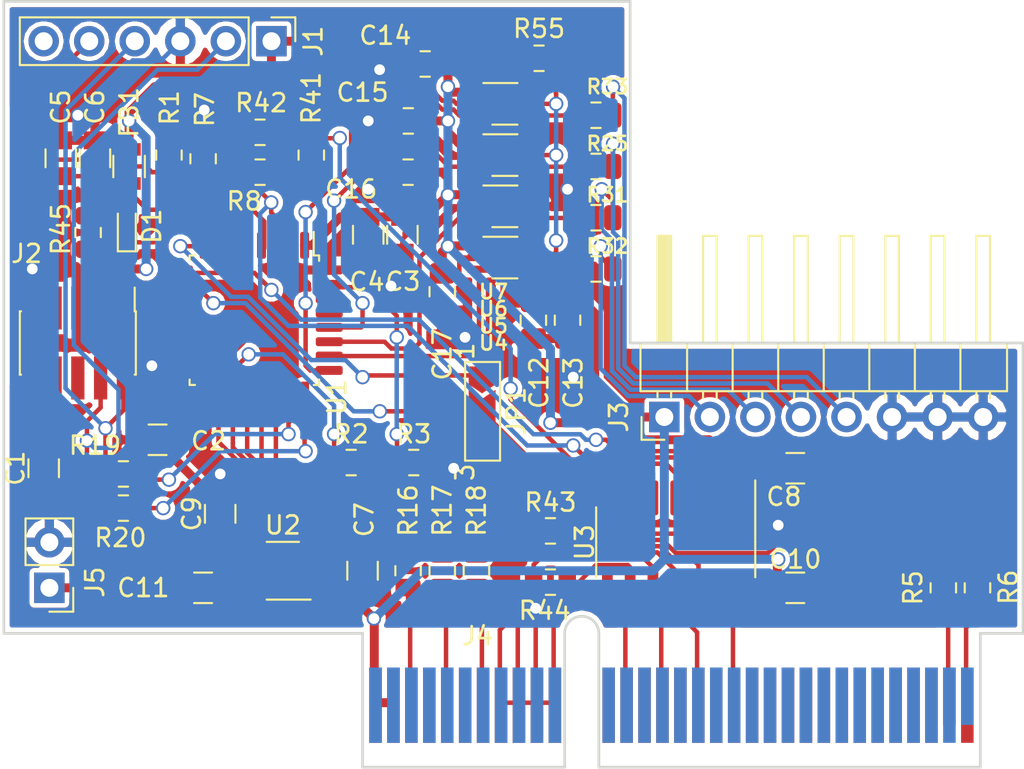
<source format=kicad_pcb>
(kicad_pcb (version 20171130) (host pcbnew "(5.0.2)-1")
  (layers (0 F.Cu signal) (31 B.Cu signal) (34 B.Paste user hide) (35 F.Paste user hide) (36 B.SilkS user hide) (37 F.SilkS user) (38 B.Mask user) (39 F.Mask user) (44 Edge.Cuts user))
  (net 0 "")
  (net 1 GND)
  (net 2 +3V3)
  (net 3 "Net-(C5-Pad1)")
  (net 4 +5V)
  (net 5 "Net-(C9-Pad2)")
  (net 6 "Net-(D1-Pad1)")
  (net 7 "Net-(D1-Pad2)")
  (net 8 /SWDIO)
  (net 9 /SWCLK)
  (net 10 /NRST)
  (net 11 "Net-(J3-Pad5)")
  (net 12 "Net-(J3-Pad4)")
  (net 13 /CP0)
  (net 14 /Main_Connection/RS485_Y)
  (net 15 /Main_Connection/RS485_A)
  (net 16 /Adr1)
  (net 17 /CP1)
  (net 18 /Main_Connection/RS485_Z)
  (net 19 /Main_Connection/RS485_B)
  (net 20 /Adr0)
  (net 21 /Adr2)
  (net 22 "Net-(R2-Pad2)")
  (net 23 "Net-(R5-Pad1)")
  (net 24 "Net-(R6-Pad1)")
  (net 25 /SPI_SCK)
  (net 26 /SPI_MISO)
  (net 27 /SPI_MOSI)
  (net 28 "Net-(R16-Pad2)")
  (net 29 "Net-(R17-Pad2)")
  (net 30 "Net-(R18-Pad2)")
  (net 31 "Net-(R19-Pad2)")
  (net 32 "Net-(R20-Pad2)")
  (net 33 /SPI_NSS)
  (net 34 "Net-(R41-Pad2)")
  (net 35 "Net-(R25-Pad1)")
  (net 36 "Net-(R31-Pad1)")
  (net 37 "Net-(R32-Pad1)")
  (net 38 "Net-(R33-Pad1)")
  (net 39 "Net-(R55-Pad2)")
  (net 40 "Net-(J3-Pad2)")
  (net 41 "Net-(J3-Pad3)")
  (net 42 /LPUART1_TX_STM32L04)
  (net 43 /USART2_TX_STM32L051)
  (net 44 /UART_TX)
  (net 45 /UART_DE)
  (net 46 /UART_RE)
  (net 47 /UART_RX)
  (module samtec_pci:SAMTEC_PCIE_064-02-F-D-TH-Tochter (layer F.Cu) (at 132.55625 102.235)
    (fp_text reference J4 (at -5.80538 -1.7653) (layer F.SilkS))
    (fp_text value PCIE-064-02-F-D-TH-tochter hide)
    (pad B1 connect rect (at -11.5 2.1) (size 0.7 4.2) (layers F.Cu F.Mask) (net 4 +5V))
    (pad B2 connect rect (at -10.5 2.1) (size 0.7 4.2) (layers F.Cu F.Mask) (net 4 +5V))
    (pad B3 connect rect (at -9.5 2.1) (size 0.7 4.2) (layers F.Cu F.Mask) (net 20 /Adr0))
    (pad B4 connect rect (at -8.5 2.1) (size 0.7 4.2) (layers F.Cu F.Mask))
    (pad B5 connect rect (at -7.5 2.1) (size 0.7 4.2) (layers F.Cu F.Mask) (net 16 /Adr1))
    (pad B6 connect rect (at -6.5 2.1) (size 0.7 4.2) (layers F.Cu F.Mask))
    (pad B7 connect rect (at -5.5 2.1) (size 0.7 4.2) (layers F.Cu F.Mask) (net 21 /Adr2))
    (pad B8 connect rect (at -4.5 2.1) (size 0.7 4.2) (layers F.Cu F.Mask) (net 1 GND))
    (pad B9 connect rect (at -3.5 2.1) (size 0.7 4.2) (layers F.Cu F.Mask) (net 1 GND))
    (pad B10 connect rect (at -2.5 2.1) (size 0.7 4.2) (layers F.Cu F.Mask) (net 1 GND))
    (pad B11 connect rect (at -1.5 2.1) (size 0.7 4.2) (layers F.Cu F.Mask) (net 1 GND))
    (pad B12 connect rect (at 1.5 2.1) (size 0.7 4.2) (layers F.Cu F.Mask))
    (pad B13 connect rect (at 2.5 2.1) (size 0.7 4.2) (layers F.Cu F.Mask) (net 15 /Main_Connection/RS485_A))
    (pad B14 connect rect (at 3.5 2.1) (size 0.7 4.2) (layers F.Cu F.Mask))
    (pad B15 connect rect (at 4.5 2.1) (size 0.7 4.2) (layers F.Cu F.Mask) (net 19 /Main_Connection/RS485_B))
    (pad B16 connect rect (at 5.5 2.1) (size 0.7 4.2) (layers F.Cu F.Mask))
    (pad B17 connect rect (at 6.5 2.1) (size 0.7 4.2) (layers F.Cu F.Mask) (net 18 /Main_Connection/RS485_Z))
    (pad B18 connect rect (at 7.5 2.1) (size 0.7 4.2) (layers F.Cu F.Mask))
    (pad B19 connect rect (at 8.5 2.1) (size 0.7 4.2) (layers F.Cu F.Mask) (net 14 /Main_Connection/RS485_Y))
    (pad B20 connect rect (at 9.5 2.1) (size 0.7 4.2) (layers F.Cu F.Mask))
    (pad B21 connect rect (at 10.5 2.1) (size 0.7 4.2) (layers F.Cu F.Mask))
    (pad B22 connect rect (at 11.5 2.1) (size 0.7 4.2) (layers F.Cu F.Mask))
    (pad B23 connect rect (at 12.5 2.1) (size 0.7 4.2) (layers F.Cu F.Mask))
    (pad B24 connect rect (at 13.5 2.1) (size 0.7 4.2) (layers F.Cu F.Mask))
    (pad B25 connect rect (at 14.5 2.1) (size 0.7 4.2) (layers F.Cu F.Mask))
    (pad B26 connect rect (at 15.5 2.1) (size 0.7 4.2) (layers F.Cu F.Mask))
    (pad B27 connect rect (at 16.5 2.1) (size 0.7 4.2) (layers F.Cu F.Mask))
    (pad B28 connect rect (at 17.5 2.1) (size 0.7 4.2) (layers F.Cu F.Mask))
    (pad B29 connect rect (at 18.5 2.1) (size 0.7 4.2) (layers F.Cu F.Mask))
    (pad B30 connect rect (at 19.5 2.1) (size 0.7 4.2) (layers F.Cu F.Mask))
    (pad B31 connect rect (at 20.5 1.6) (size 0.7 3.2) (layers F.Cu F.Mask) (net 13 /CP0))
    (pad B32 connect rect (at 21.5 2.1) (size 0.7 4.2) (layers F.Cu F.Mask) (net 17 /CP1))
    (pad A1 connect rect (at -11.5 2.1) (size 0.7 4.2) (layers B.Cu F.Mask))
    (pad A2 connect rect (at -10.5 2.1) (size 0.7 4.2) (layers B.Cu F.Mask))
    (pad A3 connect rect (at -9.5 2.1) (size 0.7 4.2) (layers B.Cu F.Mask))
    (pad A4 connect rect (at -8.5 2.1) (size 0.7 4.2) (layers B.Cu F.Mask))
    (pad A5 connect rect (at -7.5 2.1) (size 0.7 4.2) (layers B.Cu F.Mask))
    (pad A6 connect rect (at -6.5 2.1) (size 0.7 4.2) (layers B.Cu F.Mask))
    (pad A7 connect rect (at -5.5 2.1) (size 0.7 4.2) (layers B.Cu F.Mask))
    (pad A8 connect rect (at -4.5 2.1) (size 0.7 4.2) (layers B.Cu F.Mask))
    (pad A9 connect rect (at -3.5 2.1) (size 0.7 4.2) (layers B.Cu F.Mask))
    (pad A10 connect rect (at -2.5 2.1) (size 0.7 4.2) (layers B.Cu F.Mask))
    (pad A11 connect rect (at -1.5 2.1) (size 0.7 4.2) (layers B.Cu F.Mask))
    (pad A12 connect rect (at 1.5 2.1) (size 0.7 4.2) (layers B.Cu F.Mask))
    (pad A13 connect rect (at 2.5 2.1) (size 0.7 4.2) (layers B.Cu F.Mask))
    (pad A14 connect rect (at 3.5 2.1) (size 0.7 4.2) (layers B.Cu F.Mask))
    (pad A15 connect rect (at 4.5 2.1) (size 0.7 4.2) (layers B.Cu F.Mask))
    (pad A16 connect rect (at 5.5 2.1) (size 0.7 4.2) (layers B.Cu F.Mask))
    (pad A17 connect rect (at 6.5 2.1) (size 0.7 4.2) (layers B.Cu F.Mask))
    (pad A18 connect rect (at 7.5 2.1) (size 0.7 4.2) (layers B.Cu F.Mask))
    (pad A19 connect rect (at 8.5 2.1) (size 0.7 4.2) (layers B.Cu F.Mask))
    (pad A20 connect rect (at 9.5 2.1) (size 0.7 4.2) (layers B.Cu F.Mask))
    (pad A21 connect rect (at 10.5 2.1) (size 0.7 4.2) (layers B.Cu F.Mask))
    (pad A22 connect rect (at 11.5 2.1) (size 0.7 4.2) (layers B.Cu F.Mask))
    (pad A23 connect rect (at 12.5 2.1) (size 0.7 4.2) (layers B.Cu F.Mask))
    (pad A24 connect rect (at 13.5 2.1) (size 0.7 4.2) (layers B.Cu F.Mask))
    (pad A25 connect rect (at 14.5 2.1) (size 0.7 4.2) (layers B.Cu F.Mask))
    (pad A26 connect rect (at 15.5 2.1) (size 0.7 4.2) (layers B.Cu F.Mask))
    (pad A27 connect rect (at 16.5 2.1) (size 0.7 4.2) (layers B.Cu F.Mask))
    (pad A28 connect rect (at 17.5 2.1) (size 0.7 4.2) (layers B.Cu F.Mask))
    (pad A29 connect rect (at 18.5 2.1) (size 0.7 4.2) (layers B.Cu F.Mask))
    (pad A30 connect rect (at 19.5 2.1) (size 0.7 4.2) (layers B.Cu F.Mask))
    (pad A31 connect rect (at 20.5 2.1) (size 0.7 4.2) (layers B.Cu F.Mask))
    (pad A32 connect rect (at 21.5 1.6) (size 0.7 3.2) (layers B.Cu F.Mask))
  )
  (module Connector_PinHeader_2.54mm:PinHeader_1x06_P2.54mm_Vertical (layer F.Cu) (at 115.2525 67.31 270)
    (fp_text reference J1 (at 0 -2.33 90) (layer F.SilkS))
    (fp_text value Conn_01x06_Male)
    (pad 6 thru_hole oval (at 0 12.7 270) (size 1.7 1.7) (drill 1) (layers *.Cu *.Mask))
    (pad 5 thru_hole oval (at 0 10.16 270) (size 1.7 1.7) (drill 1) (layers *.Cu *.Mask) (net 10 /NRST))
    (pad 4 thru_hole oval (at 0 7.62 270) (size 1.7 1.7) (drill 1) (layers *.Cu *.Mask) (net 8 /SWDIO))
    (pad 3 thru_hole oval (at 0 5.08 270) (size 1.7 1.7) (drill 1) (layers *.Cu *.Mask) (net 1 GND))
    (pad 2 thru_hole oval (at 0 2.54 270) (size 1.7 1.7) (drill 1) (layers *.Cu *.Mask) (net 9 /SWCLK))
    (pad 1 thru_hole rect (at 0 0 270) (size 1.7 1.7) (drill 1) (layers *.Cu *.Mask) (net 2 +3V3))
  )
  (module Connector_PinHeader_1.27mm:PinHeader_2x05_P1.27mm_Vertical_SMD (layer F.Cu) (at 104.4575 84.1375 270)
    (fp_text reference J2 (at -4.982 2.8575 180) (layer F.SilkS))
    (fp_text value Conn_ARM_JTAG_SWD_10)
    (pad 10 smd rect (at 1.95 2.54 270) (size 2.4 0.74) (layers F.Cu F.Paste F.Mask) (net 10 /NRST))
    (pad 9 smd rect (at -1.95 2.54 270) (size 2.4 0.74) (layers F.Cu F.Paste F.Mask) (net 1 GND))
    (pad 8 smd rect (at 1.95 1.27 270) (size 2.4 0.74) (layers F.Cu F.Paste F.Mask))
    (pad 7 smd rect (at -1.95 1.27 270) (size 2.4 0.74) (layers F.Cu F.Paste F.Mask))
    (pad 6 smd rect (at 1.95 0 270) (size 2.4 0.74) (layers F.Cu F.Paste F.Mask))
    (pad 5 smd rect (at -1.95 0 270) (size 2.4 0.74) (layers F.Cu F.Paste F.Mask) (net 1 GND))
    (pad 4 smd rect (at 1.95 -1.27 270) (size 2.4 0.74) (layers F.Cu F.Paste F.Mask) (net 9 /SWCLK))
    (pad 3 smd rect (at -1.95 -1.27 270) (size 2.4 0.74) (layers F.Cu F.Paste F.Mask) (net 1 GND))
    (pad 2 smd rect (at 1.95 -2.54 270) (size 2.4 0.74) (layers F.Cu F.Paste F.Mask) (net 8 /SWDIO))
    (pad 1 smd rect (at -1.95 -2.54 270) (size 2.4 0.74) (layers F.Cu F.Paste F.Mask) (net 2 +3V3))
  )
  (module Resistor_SMD:R_0805_2012Metric (layer F.Cu) (at 130.175 68.2625)
    (fp_text reference R55 (at 0 -1.65) (layer F.SilkS))
    (fp_text value 10k)
    (pad 2 smd roundrect (at 0.9375 0) (size 0.975 1.4) (layers F.Cu F.Paste F.Mask) (net 39 "Net-(R55-Pad2)"))
    (pad 1 smd roundrect (at -0.9375 0) (size 0.975 1.4) (layers F.Cu F.Paste F.Mask) (net 2 +3V3))
  )
  (module Resistor_SMD:R_0805_2012Metric (layer F.Cu) (at 105.029 77.978 90)
    (fp_text reference R45 (at 0.1905 -1.524 90) (layer F.SilkS))
    (fp_text value 480R)
    (pad 2 smd roundrect (at 0.9375 0 90) (size 0.975 1.4) (layers F.Cu F.Paste F.Mask) (net 7 "Net-(D1-Pad2)"))
    (pad 1 smd roundrect (at -0.9375 0 90) (size 0.975 1.4) (layers F.Cu F.Paste F.Mask) (net 2 +3V3))
  )
  (module Resistor_SMD:R_0805_2012Metric (layer F.Cu) (at 130.81 97.4725 180)
    (fp_text reference R44 (at 0.3175 -1.5875) (layer F.SilkS))
    (fp_text value 120R)
    (pad 2 smd roundrect (at 0.9375 0 180) (size 0.975 1.4) (layers F.Cu F.Paste F.Mask) (net 19 /Main_Connection/RS485_B))
    (pad 1 smd roundrect (at -0.9375 0 180) (size 0.975 1.4) (layers F.Cu F.Paste F.Mask) (net 15 /Main_Connection/RS485_A))
  )
  (module Resistor_SMD:R_0805_2012Metric (layer F.Cu) (at 130.81 94.615 180)
    (fp_text reference R43 (at 0 1.5875) (layer F.SilkS))
    (fp_text value 120R)
    (pad 2 smd roundrect (at 0.9375 0 180) (size 0.975 1.4) (layers F.Cu F.Paste F.Mask) (net 18 /Main_Connection/RS485_Z))
    (pad 1 smd roundrect (at -0.9375 0 180) (size 0.975 1.4) (layers F.Cu F.Paste F.Mask) (net 14 /Main_Connection/RS485_Y))
  )
  (module Resistor_SMD:R_0805_2012Metric (layer F.Cu) (at 114.6175 74.6125)
    (fp_text reference R42 (at 0.0635 -3.8608) (layer F.SilkS))
    (fp_text value DNP)
    (pad 2 smd roundrect (at 0.9375 0) (size 0.975 1.4) (layers F.Cu F.Paste F.Mask) (net 34 "Net-(R41-Pad2)"))
    (pad 1 smd roundrect (at -0.9375 0) (size 0.975 1.4) (layers F.Cu F.Paste F.Mask) (net 45 /UART_DE))
  )
  (module Resistor_SMD:R_0805_2012Metric (layer F.Cu) (at 117.475 73.66 90)
    (fp_text reference R41 (at 3.175 0 90) (layer F.SilkS))
    (fp_text value DNP)
    (pad 2 smd roundrect (at 0.9375 0 90) (size 0.975 1.4) (layers F.Cu F.Paste F.Mask) (net 34 "Net-(R41-Pad2)"))
    (pad 1 smd roundrect (at -0.9375 0 90) (size 0.975 1.4) (layers F.Cu F.Paste F.Mask) (net 46 /UART_RE))
  )
  (module Resistor_SMD:R_0805_2012Metric (layer F.Cu) (at 133.35 71.4375)
    (fp_text reference R33 (at 0.635 -1.5875) (layer F.SilkS) (effects (font (size 0.8 0.8))))
    (fp_text value 22R)
    (pad 2 smd roundrect (at 0.9375 0) (size 0.975 1.4) (layers F.Cu F.Paste F.Mask) (net 11 "Net-(J3-Pad5)"))
    (pad 1 smd roundrect (at -0.9375 0) (size 0.975 1.4) (layers F.Cu F.Paste F.Mask) (net 38 "Net-(R33-Pad1)"))
  )
  (module Resistor_SMD:R_0805_2012Metric (layer F.Cu) (at 133.35 80.01)
    (fp_text reference R32 (at 0.635 -1.27) (layer F.SilkS) (effects (font (size 0.8 0.8))))
    (fp_text value 22R)
    (pad 2 smd roundrect (at 0.9375 0) (size 0.975 1.4) (layers F.Cu F.Paste F.Mask) (net 40 "Net-(J3-Pad2)"))
    (pad 1 smd roundrect (at -0.9375 0) (size 0.975 1.4) (layers F.Cu F.Paste F.Mask) (net 37 "Net-(R32-Pad1)"))
  )
  (module Resistor_SMD:R_0805_2012Metric (layer F.Cu) (at 133.35 77.1525)
    (fp_text reference R31 (at 0.635 -1.27) (layer F.SilkS) (effects (font (size 0.8 0.8))))
    (fp_text value 22R)
    (pad 2 smd roundrect (at 0.9375 0) (size 0.975 1.4) (layers F.Cu F.Paste F.Mask) (net 41 "Net-(J3-Pad3)"))
    (pad 1 smd roundrect (at -0.9375 0) (size 0.975 1.4) (layers F.Cu F.Paste F.Mask) (net 36 "Net-(R31-Pad1)"))
  )
  (module Resistor_SMD:R_0805_2012Metric (layer F.Cu) (at 133.35 74.295)
    (fp_text reference R25 (at 0.635 -1.27 180) (layer F.SilkS) (effects (font (size 0.8 0.8))))
    (fp_text value 22R)
    (pad 2 smd roundrect (at 0.9375 0) (size 0.975 1.4) (layers F.Cu F.Paste F.Mask) (net 12 "Net-(J3-Pad4)"))
    (pad 1 smd roundrect (at -0.9375 0) (size 0.975 1.4) (layers F.Cu F.Paste F.Mask) (net 35 "Net-(R25-Pad1)"))
  )
  (module Resistor_SMD:R_0805_2012Metric (layer F.Cu) (at 106.9975 93.345)
    (fp_text reference R20 (at -0.16685 1.6557) (layer F.SilkS))
    (fp_text value 22R)
    (pad 2 smd roundrect (at 0.9375 0) (size 0.975 1.4) (layers F.Cu F.Paste F.Mask) (net 32 "Net-(R20-Pad2)"))
    (pad 1 smd roundrect (at -0.9375 0) (size 0.975 1.4) (layers F.Cu F.Paste F.Mask) (net 9 /SWCLK))
  )
  (module Resistor_SMD:R_0805_2012Metric (layer F.Cu) (at 106.9975 91.44)
    (fp_text reference R19 (at -1.5875 -1.5875) (layer F.SilkS))
    (fp_text value 22R)
    (pad 2 smd roundrect (at 0.9375 0) (size 0.975 1.4) (layers F.Cu F.Paste F.Mask) (net 31 "Net-(R19-Pad2)"))
    (pad 1 smd roundrect (at -0.9375 0) (size 0.975 1.4) (layers F.Cu F.Paste F.Mask) (net 8 /SWDIO))
  )
  (module Resistor_SMD:R_0805_2012Metric (layer F.Cu) (at 126.6825 96.8375 90)
    (fp_text reference R18 (at 3.358 0.00375 90) (layer F.SilkS))
    (fp_text value 100R)
    (pad 2 smd roundrect (at 0.9375 0 90) (size 0.975 1.4) (layers F.Cu F.Paste F.Mask) (net 30 "Net-(R18-Pad2)"))
    (pad 1 smd roundrect (at -0.9375 0 90) (size 0.975 1.4) (layers F.Cu F.Paste F.Mask) (net 21 /Adr2))
  )
  (module Resistor_SMD:R_0805_2012Metric (layer F.Cu) (at 124.7775 96.8375 90)
    (fp_text reference R17 (at 3.358 0.00375 90) (layer F.SilkS))
    (fp_text value 100R)
    (pad 2 smd roundrect (at 0.9375 0 90) (size 0.975 1.4) (layers F.Cu F.Paste F.Mask) (net 29 "Net-(R17-Pad2)"))
    (pad 1 smd roundrect (at -0.9375 0 90) (size 0.975 1.4) (layers F.Cu F.Paste F.Mask) (net 16 /Adr1))
  )
  (module Resistor_SMD:R_0805_2012Metric (layer F.Cu) (at 122.8725 96.8375 90)
    (fp_text reference R16 (at 3.358 0.00375 90) (layer F.SilkS))
    (fp_text value 100R)
    (pad 2 smd roundrect (at 0.9375 0 90) (size 0.975 1.4) (layers F.Cu F.Paste F.Mask) (net 28 "Net-(R16-Pad2)"))
    (pad 1 smd roundrect (at -0.9375 0 90) (size 0.975 1.4) (layers F.Cu F.Paste F.Mask) (net 20 /Adr0))
  )
  (module Resistor_SMD:R_0805_2012Metric (layer F.Cu) (at 114.6175 72.39 180)
    (fp_text reference R8 (at 0.889 -3.84175) (layer F.SilkS))
    (fp_text value 10k)
    (pad 2 smd roundrect (at 0.9375 0 180) (size 0.975 1.4) (layers F.Cu F.Paste F.Mask) (net 1 GND))
    (pad 1 smd roundrect (at -0.9375 0 180) (size 0.975 1.4) (layers F.Cu F.Paste F.Mask) (net 34 "Net-(R41-Pad2)"))
  )
  (module Resistor_SMD:R_0805_2012Metric (layer F.Cu) (at 111.4425 73.8655 90)
    (fp_text reference R7 (at 2.7455 0.09525 270) (layer F.SilkS))
    (fp_text value 10k)
    (pad 2 smd roundrect (at 0.9375 0 90) (size 0.975 1.4) (layers F.Cu F.Paste F.Mask) (net 1 GND))
    (pad 1 smd roundrect (at -0.9375 0 90) (size 0.975 1.4) (layers F.Cu F.Paste F.Mask) (net 45 /UART_DE))
  )
  (module Resistor_SMD:R_0805_2012Metric (layer F.Cu) (at 154.6225 97.79 270)
    (fp_text reference R6 (at -0.03455 -1.72125 90) (layer F.SilkS))
    (fp_text value 22R)
    (pad 2 smd roundrect (at 0.9375 0 270) (size 0.975 1.4) (layers F.Cu F.Paste F.Mask) (net 17 /CP1))
    (pad 1 smd roundrect (at -0.9375 0 270) (size 0.975 1.4) (layers F.Cu F.Paste F.Mask) (net 24 "Net-(R6-Pad1)"))
  )
  (module Resistor_SMD:R_0805_2012Metric (layer F.Cu) (at 152.7175 97.79 270)
    (fp_text reference R5 (at 0 1.6887 90) (layer F.SilkS))
    (fp_text value 22R)
    (pad 2 smd roundrect (at 0.9375 0 270) (size 0.975 1.4) (layers F.Cu F.Paste F.Mask) (net 13 /CP0))
    (pad 1 smd roundrect (at -0.9375 0 270) (size 0.975 1.4) (layers F.Cu F.Paste F.Mask) (net 23 "Net-(R5-Pad1)"))
  )
  (module Resistor_SMD:R_0805_2012Metric (layer F.Cu) (at 123.19 90.805)
    (fp_text reference R3 (at 0 -1.5875) (layer F.SilkS))
    (fp_text value 10k)
    (pad 2 smd roundrect (at 0.9375 0) (size 0.975 1.4) (layers F.Cu F.Paste F.Mask) (net 1 GND))
    (pad 1 smd roundrect (at -0.9375 0) (size 0.975 1.4) (layers F.Cu F.Paste F.Mask) (net 22 "Net-(R2-Pad2)"))
  )
  (module Resistor_SMD:R_0805_2012Metric (layer F.Cu) (at 119.6975 90.805)
    (fp_text reference R2 (at 0 -1.5875) (layer F.SilkS))
    (fp_text value DNP)
    (pad 2 smd roundrect (at 0.9375 0) (size 0.975 1.4) (layers F.Cu F.Paste F.Mask) (net 22 "Net-(R2-Pad2)"))
    (pad 1 smd roundrect (at -0.9375 0) (size 0.975 1.4) (layers F.Cu F.Paste F.Mask) (net 2 +3V3))
  )
  (module Resistor_SMD:R_0805_2012Metric (layer F.Cu) (at 109.5375 73.66 270)
    (fp_text reference R1 (at -2.63525 -0.03175 90) (layer F.SilkS))
    (fp_text value DNP)
    (pad 2 smd roundrect (at 0.9375 0 270) (size 0.975 1.4) (layers F.Cu F.Paste F.Mask) (net 10 /NRST))
    (pad 1 smd roundrect (at -0.9375 0 270) (size 0.975 1.4) (layers F.Cu F.Paste F.Mask) (net 2 +3V3))
  )
  (module Package_QFP:LQFP-32_7x7mm_P0.8mm (layer F.Cu) (at 114.3 82.8675 270)
    (fp_text reference U1 (at 4.28625 -4.60375 270) (layer F.SilkS))
    (fp_text value STM32L021K4Tx)
    (pad 32 smd roundrect (at -2.8 -4.175 270) (size 0.5 1.5) (layers F.Cu F.Paste F.Mask) (net 1 GND))
    (pad 31 smd roundrect (at -2 -4.175 270) (size 0.5 1.5) (layers F.Cu F.Paste F.Mask) (net 22 "Net-(R2-Pad2)"))
    (pad 30 smd roundrect (at -1.2 -4.175 270) (size 0.5 1.5) (layers F.Cu F.Paste F.Mask))
    (pad 29 smd roundrect (at -0.4 -4.175 270) (size 0.5 1.5) (layers F.Cu F.Paste F.Mask))
    (pad 28 smd roundrect (at 0.4 -4.175 270) (size 0.5 1.5) (layers F.Cu F.Paste F.Mask) (net 27 /SPI_MOSI))
    (pad 27 smd roundrect (at 1.2 -4.175 270) (size 0.5 1.5) (layers F.Cu F.Paste F.Mask) (net 26 /SPI_MISO))
    (pad 26 smd roundrect (at 2 -4.175 270) (size 0.5 1.5) (layers F.Cu F.Paste F.Mask) (net 25 /SPI_SCK))
    (pad 25 smd roundrect (at 2.8 -4.175 270) (size 0.5 1.5) (layers F.Cu F.Paste F.Mask) (net 33 /SPI_NSS))
    (pad 24 smd roundrect (at 4.175 -2.8 270) (size 1.5 0.5) (layers F.Cu F.Paste F.Mask) (net 32 "Net-(R20-Pad2)"))
    (pad 23 smd roundrect (at 4.175 -2 270) (size 1.5 0.5) (layers F.Cu F.Paste F.Mask) (net 31 "Net-(R19-Pad2)"))
    (pad 22 smd roundrect (at 4.175 -1.2 270) (size 1.5 0.5) (layers F.Cu F.Paste F.Mask) (net 24 "Net-(R6-Pad1)"))
    (pad 21 smd roundrect (at 4.175 -0.4 270) (size 1.5 0.5) (layers F.Cu F.Paste F.Mask) (net 23 "Net-(R5-Pad1)"))
    (pad 20 smd roundrect (at 4.175 0.4 270) (size 1.5 0.5) (layers F.Cu F.Paste F.Mask) (net 30 "Net-(R18-Pad2)"))
    (pad 19 smd roundrect (at 4.175 1.2 270) (size 1.5 0.5) (layers F.Cu F.Paste F.Mask) (net 29 "Net-(R17-Pad2)"))
    (pad 18 smd roundrect (at 4.175 2 270) (size 1.5 0.5) (layers F.Cu F.Paste F.Mask) (net 28 "Net-(R16-Pad2)"))
    (pad 17 smd roundrect (at 4.175 2.8 270) (size 1.5 0.5) (layers F.Cu F.Paste F.Mask) (net 2 +3V3))
    (pad 16 smd roundrect (at 2.8 4.175 270) (size 0.5 1.5) (layers F.Cu F.Paste F.Mask) (net 1 GND))
    (pad 15 smd roundrect (at 2 4.175 270) (size 0.5 1.5) (layers F.Cu F.Paste F.Mask))
    (pad 14 smd roundrect (at 1.2 4.175 270) (size 0.5 1.5) (layers F.Cu F.Paste F.Mask))
    (pad 13 smd roundrect (at 0.4 4.175 270) (size 0.5 1.5) (layers F.Cu F.Paste F.Mask))
    (pad 12 smd roundrect (at -0.4 4.175 270) (size 0.5 1.5) (layers F.Cu F.Paste F.Mask))
    (pad 11 smd roundrect (at -1.2 4.175 270) (size 0.5 1.5) (layers F.Cu F.Paste F.Mask))
    (pad 10 smd roundrect (at -2 4.175 270) (size 0.5 1.5) (layers F.Cu F.Paste F.Mask) (net 42 /LPUART1_TX_STM32L04))
    (pad 9 smd roundrect (at -2.8 4.175 270) (size 0.5 1.5) (layers F.Cu F.Paste F.Mask) (net 47 /UART_RX))
    (pad 8 smd roundrect (at -4.175 2.8 270) (size 1.5 0.5) (layers F.Cu F.Paste F.Mask) (net 43 /USART2_TX_STM32L051))
    (pad 7 smd roundrect (at -4.175 2 270) (size 1.5 0.5) (layers F.Cu F.Paste F.Mask) (net 6 "Net-(D1-Pad1)"))
    (pad 6 smd roundrect (at -4.175 1.2 270) (size 1.5 0.5) (layers F.Cu F.Paste F.Mask))
    (pad 5 smd roundrect (at -4.175 0.4 270) (size 1.5 0.5) (layers F.Cu F.Paste F.Mask) (net 3 "Net-(C5-Pad1)"))
    (pad 4 smd roundrect (at -4.175 -0.4 270) (size 1.5 0.5) (layers F.Cu F.Paste F.Mask) (net 10 /NRST))
    (pad 3 smd roundrect (at -4.175 -1.2 270) (size 1.5 0.5) (layers F.Cu F.Paste F.Mask) (net 45 /UART_DE))
    (pad 2 smd roundrect (at -4.175 -2 270) (size 1.5 0.5) (layers F.Cu F.Paste F.Mask) (net 46 /UART_RE))
    (pad 1 smd roundrect (at -4.175 -2.8 270) (size 1.5 0.5) (layers F.Cu F.Paste F.Mask) (net 2 +3V3))
  )
  (module Package_TO_SOT_SMD:SOT-23-5_HandSoldering (layer F.Cu) (at 115.8875 96.8375 180)
    (fp_text reference U2 (at 0 2.54) (layer F.SilkS))
    (fp_text value LDK130-33_SOT23_SOT353)
    (pad 5 smd rect (at 1.35 -0.95 180) (size 1.56 0.65) (layers F.Cu F.Paste F.Mask) (net 2 +3V3))
    (pad 4 smd rect (at 1.35 0.95 180) (size 1.56 0.65) (layers F.Cu F.Paste F.Mask) (net 5 "Net-(C9-Pad2)"))
    (pad 3 smd rect (at -1.35 0.95 180) (size 1.56 0.65) (layers F.Cu F.Paste F.Mask) (net 4 +5V))
    (pad 2 smd rect (at -1.35 0 180) (size 1.56 0.65) (layers F.Cu F.Paste F.Mask) (net 1 GND))
    (pad 1 smd rect (at -1.35 -0.95 180) (size 1.56 0.65) (layers F.Cu F.Paste F.Mask) (net 4 +5V))
  )
  (module Package_SO:SOIC-14_3.9x8.7mm_P1.27mm (layer F.Cu) (at 137.795 95.25 270)
    (fp_text reference U3 (at 0 5.08 270) (layer F.SilkS))
    (fp_text value MAX13432EESD)
    (pad 14 smd roundrect (at 2.475 -3.81 270) (size 1.95 0.6) (layers F.Cu F.Paste F.Mask) (net 4 +5V))
    (pad 13 smd roundrect (at 2.475 -2.54 270) (size 1.95 0.6) (layers F.Cu F.Paste F.Mask))
    (pad 12 smd roundrect (at 2.475 -1.27 270) (size 1.95 0.6) (layers F.Cu F.Paste F.Mask) (net 14 /Main_Connection/RS485_Y))
    (pad 11 smd roundrect (at 2.475 0 270) (size 1.95 0.6) (layers F.Cu F.Paste F.Mask) (net 18 /Main_Connection/RS485_Z))
    (pad 10 smd roundrect (at 2.475 1.27 270) (size 1.95 0.6) (layers F.Cu F.Paste F.Mask) (net 19 /Main_Connection/RS485_B))
    (pad 9 smd roundrect (at 2.475 2.54 270) (size 1.95 0.6) (layers F.Cu F.Paste F.Mask) (net 15 /Main_Connection/RS485_A))
    (pad 8 smd roundrect (at 2.475 3.81 270) (size 1.95 0.6) (layers F.Cu F.Paste F.Mask) (net 1 GND))
    (pad 7 smd roundrect (at -2.475 3.81 270) (size 1.95 0.6) (layers F.Cu F.Paste F.Mask))
    (pad 6 smd roundrect (at -2.475 2.54 270) (size 1.95 0.6) (layers F.Cu F.Paste F.Mask) (net 1 GND))
    (pad 5 smd roundrect (at -2.475 1.27 270) (size 1.95 0.6) (layers F.Cu F.Paste F.Mask) (net 44 /UART_TX))
    (pad 4 smd roundrect (at -2.475 0 270) (size 1.95 0.6) (layers F.Cu F.Paste F.Mask) (net 34 "Net-(R41-Pad2)"))
    (pad 3 smd roundrect (at -2.475 -1.27 270) (size 1.95 0.6) (layers F.Cu F.Paste F.Mask) (net 45 /UART_DE))
    (pad 2 smd roundrect (at -2.475 -2.54 270) (size 1.95 0.6) (layers F.Cu F.Paste F.Mask) (net 47 /UART_RX))
    (pad 1 smd roundrect (at -2.475 -3.81 270) (size 1.95 0.6) (layers F.Cu F.Paste F.Mask) (net 2 +3V3))
  )
  (module Capacitors_SMD:C_0805 (layer F.Cu) (at 102.5525 91.1225 270)
    (fp_text reference C1 (at 0 1.5875 270) (layer F.SilkS))
    (fp_text value 100n)
    (pad 2 smd rect (at 1 0 270) (size 1 1.25) (layers F.Cu F.Paste F.Mask) (net 1 GND))
    (pad 1 smd rect (at -1 0 270) (size 1 1.25) (layers F.Cu F.Paste F.Mask) (net 10 /NRST))
  )
  (module Capacitors_SMD:C_0805 (layer F.Cu) (at 108.9025 89.535 180)
    (fp_text reference C2 (at -2.8448 -0.06985 180) (layer F.SilkS))
    (fp_text value 100n)
    (pad 1 smd rect (at -1 0 180) (size 1 1.25) (layers F.Cu F.Paste F.Mask) (net 2 +3V3))
    (pad 2 smd rect (at 1 0 180) (size 1 1.25) (layers F.Cu F.Paste F.Mask) (net 1 GND))
  )
  (module Capacitors_SMD:C_0805 (layer F.Cu) (at 122.555 78.105 270)
    (fp_text reference C3 (at 2.60155 -0.03055) (layer F.SilkS))
    (fp_text value 100n)
    (pad 2 smd rect (at 1 0 270) (size 1 1.25) (layers F.Cu F.Paste F.Mask) (net 1 GND))
    (pad 1 smd rect (at -1 0 270) (size 1 1.25) (layers F.Cu F.Paste F.Mask) (net 2 +3V3))
  )
  (module Capacitors_SMD:C_0805 (layer F.Cu) (at 120.65 78.105 270)
    (fp_text reference C4 (at 2.62255 0.0762 180) (layer F.SilkS))
    (fp_text value 1u)
    (pad 2 smd rect (at 1 0 270) (size 1 1.25) (layers F.Cu F.Paste F.Mask) (net 1 GND))
    (pad 1 smd rect (at -1 0 270) (size 1 1.25) (layers F.Cu F.Paste F.Mask) (net 2 +3V3))
  )
  (module Capacitors_SMD:C_0805 (layer F.Cu) (at 103.505 73.8378 90)
    (fp_text reference C5 (at 2.8575 0 90) (layer F.SilkS))
    (fp_text value 100n)
    (pad 2 smd rect (at 1 0 90) (size 1 1.25) (layers F.Cu F.Paste F.Mask) (net 1 GND))
    (pad 1 smd rect (at -1 0 90) (size 1 1.25) (layers F.Cu F.Paste F.Mask) (net 3 "Net-(C5-Pad1)"))
  )
  (module Capacitors_SMD:C_0805 (layer F.Cu) (at 105.41 73.8378 90)
    (fp_text reference C6 (at 2.8575 0 90) (layer F.SilkS))
    (fp_text value 1u)
    (pad 1 smd rect (at -1 0 90) (size 1 1.25) (layers F.Cu F.Paste F.Mask) (net 3 "Net-(C5-Pad1)"))
    (pad 2 smd rect (at 1 0 90) (size 1 1.25) (layers F.Cu F.Paste F.Mask) (net 1 GND))
  )
  (module Capacitors_SMD:C_0805 (layer F.Cu) (at 120.3325 96.8375 270)
    (fp_text reference C7 (at -2.85 -0.09625 90) (layer F.SilkS))
    (fp_text value 1u)
    (pad 1 smd rect (at -1 0 270) (size 1 1.25) (layers F.Cu F.Paste F.Mask) (net 1 GND))
    (pad 2 smd rect (at 1 0 270) (size 1 1.25) (layers F.Cu F.Paste F.Mask) (net 4 +5V))
  )
  (module Capacitors_SMD:C_0805 (layer F.Cu) (at 144.4625 91.1225 180)
    (fp_text reference C8 (at 0.635 -1.5875 180) (layer F.SilkS))
    (fp_text value 100n)
    (pad 2 smd rect (at 1 0 180) (size 1 1.25) (layers F.Cu F.Paste F.Mask) (net 2 +3V3))
    (pad 1 smd rect (at -1 0 180) (size 1 1.25) (layers F.Cu F.Paste F.Mask) (net 1 GND))
  )
  (module Capacitors_SMD:C_0805 (layer F.Cu) (at 112.395 93.6625 270)
    (fp_text reference C9 (at 0 1.5875 270) (layer F.SilkS))
    (fp_text value 10n)
    (pad 2 smd rect (at 1 0 270) (size 1 1.25) (layers F.Cu F.Paste F.Mask) (net 5 "Net-(C9-Pad2)"))
    (pad 1 smd rect (at -1 0 270) (size 1 1.25) (layers F.Cu F.Paste F.Mask) (net 1 GND))
  )
  (module Capacitors_SMD:C_0805 (layer F.Cu) (at 144.4625 97.79)
    (fp_text reference C10 (at 0 -1.5875) (layer F.SilkS))
    (fp_text value 100n)
    (pad 1 smd rect (at -1 0) (size 1 1.25) (layers F.Cu F.Paste F.Mask) (net 4 +5V))
    (pad 2 smd rect (at 1 0) (size 1 1.25) (layers F.Cu F.Paste F.Mask) (net 1 GND))
  )
  (module Capacitors_SMD:C_0805 (layer F.Cu) (at 111.4425 97.79)
    (fp_text reference C11 (at -3.33375 0 180) (layer F.SilkS))
    (fp_text value 1u)
    (pad 1 smd rect (at -1 0) (size 1 1.25) (layers F.Cu F.Paste F.Mask) (net 1 GND))
    (pad 2 smd rect (at 1 0) (size 1 1.25) (layers F.Cu F.Paste F.Mask) (net 2 +3V3))
  )
  (module Inductors_SMD:L_0805 (layer F.Cu) (at 107.315 74.295 270)
    (fp_text reference FB1 (at -3.01625 0 90) (layer F.SilkS))
    (fp_text value Ferrite_Bead)
    (pad 2 smd rect (at 0.95 0 270) (size 0.7 1.3) (layers F.Cu F.Paste F.Mask) (net 3 "Net-(C5-Pad1)"))
    (pad 1 smd rect (at -0.95 0 270) (size 0.7 1.3) (layers F.Cu F.Paste F.Mask) (net 2 +3V3))
  )
  (module LEDs:LED_0603 (layer F.Cu) (at 107.188 77.724 90)
    (fp_text reference D1 (at 0.09525 1.397 90) (layer F.SilkS))
    (fp_text value LED)
    (pad 1 smd rect (at -0.8 0 270) (size 0.8 0.8) (layers F.Cu F.Paste F.Mask) (net 6 "Net-(D1-Pad1)"))
    (pad 2 smd rect (at 0.8 0 270) (size 0.8 0.8) (layers F.Cu F.Paste F.Mask) (net 7 "Net-(D1-Pad2)"))
  )
  (module Capacitor_SMD:C_0805_2012Metric_Pad1.15x1.40mm_HandSolder (layer F.Cu) (at 129.8575 82.8675 270)
    (fp_text reference C12 (at 3.4925 -0.3175 90) (layer F.SilkS))
    (fp_text value 100n)
    (pad 1 smd roundrect (at -1.025 0 270) (size 1.15 1.4) (layers F.Cu F.Paste F.Mask) (roundrect_rratio 0.217391) (net 4 +5V))
    (pad 2 smd roundrect (at 1.025 0 270) (size 1.15 1.4) (layers F.Cu F.Paste F.Mask) (roundrect_rratio 0.217391) (net 1 GND))
  )
  (module Capacitor_SMD:C_0805_2012Metric_Pad1.15x1.40mm_HandSolder (layer F.Cu) (at 131.7625 82.8675 270)
    (fp_text reference C13 (at 3.4925 -0.3175 90) (layer F.SilkS))
    (fp_text value 1u)
    (pad 2 smd roundrect (at 1.025 0 270) (size 1.15 1.4) (layers F.Cu F.Paste F.Mask) (roundrect_rratio 0.217391) (net 1 GND))
    (pad 1 smd roundrect (at -1.025 0 270) (size 1.15 1.4) (layers F.Cu F.Paste F.Mask) (roundrect_rratio 0.217391) (net 4 +5V))
  )
  (module Connector_PinHeader_2.54mm:PinHeader_1x08_P2.54mm_Horizontal (layer F.Cu) (at 137.16 88.265 90)
    (fp_text reference J3 (at 0 -2.54 270) (layer F.SilkS))
    (fp_text value Conn_01x08_Male)
    (pad 1 thru_hole rect (at 0 0 90) (size 1.7 1.7) (drill 1) (layers *.Cu *.Mask) (net 4 +5V))
    (pad 2 thru_hole oval (at 0 2.54 90) (size 1.7 1.7) (drill 1) (layers *.Cu *.Mask) (net 40 "Net-(J3-Pad2)"))
    (pad 3 thru_hole oval (at 0 5.08 90) (size 1.7 1.7) (drill 1) (layers *.Cu *.Mask) (net 41 "Net-(J3-Pad3)"))
    (pad 4 thru_hole oval (at 0 7.62 90) (size 1.7 1.7) (drill 1) (layers *.Cu *.Mask) (net 12 "Net-(J3-Pad4)"))
    (pad 5 thru_hole oval (at 0 10.16 90) (size 1.7 1.7) (drill 1) (layers *.Cu *.Mask) (net 11 "Net-(J3-Pad5)"))
    (pad 6 thru_hole oval (at 0 12.7 90) (size 1.7 1.7) (drill 1) (layers *.Cu *.Mask) (net 1 GND))
    (pad 7 thru_hole oval (at 0 15.24 90) (size 1.7 1.7) (drill 1) (layers *.Cu *.Mask) (net 1 GND))
    (pad 8 thru_hole oval (at 0 17.78 90) (size 1.7 1.7) (drill 1) (layers *.Cu *.Mask) (net 1 GND))
  )
  (module Package_TO_SOT_SMD:SOT-363_SC-70-6_Handsoldering (layer F.Cu) (at 128.27 79.375)
    (fp_text reference U4 (at -0.635 4.7625) (layer F.SilkS) (effects (font (size 0.8 0.8))))
    (fp_text value 74LVC1T45)
    (pad 6 smd rect (at 1.33 -0.65) (size 1.5 0.4) (layers F.Cu F.Paste F.Mask) (net 4 +5V))
    (pad 5 smd rect (at 1.33 0) (size 1.5 0.4) (layers F.Cu F.Paste F.Mask) (net 39 "Net-(R55-Pad2)"))
    (pad 4 smd rect (at 1.33 0.65) (size 1.5 0.4) (layers F.Cu F.Paste F.Mask) (net 37 "Net-(R32-Pad1)"))
    (pad 3 smd rect (at -1.33 0.65) (size 1.5 0.4) (layers F.Cu F.Paste F.Mask) (net 25 /SPI_SCK))
    (pad 2 smd rect (at -1.33 0) (size 1.5 0.4) (layers F.Cu F.Paste F.Mask) (net 1 GND))
    (pad 1 smd rect (at -1.33 -0.65) (size 1.5 0.4) (layers F.Cu F.Paste F.Mask) (net 2 +3V3))
  )
  (module Package_TO_SOT_SMD:SOT-363_SC-70-6_Handsoldering (layer F.Cu) (at 128.27 76.5175)
    (fp_text reference U5 (at -0.635 6.6675) (layer F.SilkS) (effects (font (size 0.8 0.8))))
    (fp_text value 74LVC1T45)
    (pad 1 smd rect (at -1.33 -0.65) (size 1.5 0.4) (layers F.Cu F.Paste F.Mask) (net 2 +3V3))
    (pad 2 smd rect (at -1.33 0) (size 1.5 0.4) (layers F.Cu F.Paste F.Mask) (net 1 GND))
    (pad 3 smd rect (at -1.33 0.65) (size 1.5 0.4) (layers F.Cu F.Paste F.Mask) (net 26 /SPI_MISO))
    (pad 4 smd rect (at 1.33 0.65) (size 1.5 0.4) (layers F.Cu F.Paste F.Mask) (net 36 "Net-(R31-Pad1)"))
    (pad 5 smd rect (at 1.33 0) (size 1.5 0.4) (layers F.Cu F.Paste F.Mask) (net 1 GND))
    (pad 6 smd rect (at 1.33 -0.65) (size 1.5 0.4) (layers F.Cu F.Paste F.Mask) (net 4 +5V))
  )
  (module Package_TO_SOT_SMD:SOT-363_SC-70-6_Handsoldering (layer F.Cu) (at 128.27 73.66)
    (fp_text reference U6 (at -0.635 8.5725) (layer F.SilkS) (effects (font (size 0.8 0.8))))
    (fp_text value 74LVC1T45)
    (pad 6 smd rect (at 1.33 -0.65) (size 1.5 0.4) (layers F.Cu F.Paste F.Mask) (net 4 +5V))
    (pad 5 smd rect (at 1.33 0) (size 1.5 0.4) (layers F.Cu F.Paste F.Mask) (net 39 "Net-(R55-Pad2)"))
    (pad 4 smd rect (at 1.33 0.65) (size 1.5 0.4) (layers F.Cu F.Paste F.Mask) (net 35 "Net-(R25-Pad1)"))
    (pad 3 smd rect (at -1.33 0.65) (size 1.5 0.4) (layers F.Cu F.Paste F.Mask) (net 27 /SPI_MOSI))
    (pad 2 smd rect (at -1.33 0) (size 1.5 0.4) (layers F.Cu F.Paste F.Mask) (net 1 GND))
    (pad 1 smd rect (at -1.33 -0.65) (size 1.5 0.4) (layers F.Cu F.Paste F.Mask) (net 2 +3V3))
  )
  (module Package_TO_SOT_SMD:SOT-363_SC-70-6_Handsoldering (layer F.Cu) (at 128.27 70.8025)
    (fp_text reference U7 (at -0.635 10.4775) (layer F.SilkS) (effects (font (size 0.8 0.8))))
    (fp_text value 74LVC1T45)
    (pad 1 smd rect (at -1.33 -0.65) (size 1.5 0.4) (layers F.Cu F.Paste F.Mask) (net 2 +3V3))
    (pad 2 smd rect (at -1.33 0) (size 1.5 0.4) (layers F.Cu F.Paste F.Mask) (net 1 GND))
    (pad 3 smd rect (at -1.33 0.65) (size 1.5 0.4) (layers F.Cu F.Paste F.Mask) (net 33 /SPI_NSS))
    (pad 4 smd rect (at 1.33 0.65) (size 1.5 0.4) (layers F.Cu F.Paste F.Mask) (net 38 "Net-(R33-Pad1)"))
    (pad 5 smd rect (at 1.33 0) (size 1.5 0.4) (layers F.Cu F.Paste F.Mask) (net 39 "Net-(R55-Pad2)"))
    (pad 6 smd rect (at 1.33 -0.65) (size 1.5 0.4) (layers F.Cu F.Paste F.Mask) (net 4 +5V))
  )
  (module Capacitor_SMD:C_0805_2012Metric_Pad1.15x1.40mm_HandSolder (layer F.Cu) (at 123.825 68.58 180)
    (fp_text reference C14 (at 2.2225 1.5875) (layer F.SilkS))
    (fp_text value 100n)
    (pad 1 smd roundrect (at -1.025 0 180) (size 1.15 1.4) (layers F.Cu F.Paste F.Mask) (roundrect_rratio 0.217391) (net 2 +3V3))
    (pad 2 smd roundrect (at 1.025 0 180) (size 1.15 1.4) (layers F.Cu F.Paste F.Mask) (roundrect_rratio 0.217391) (net 1 GND))
  )
  (module Capacitor_SMD:C_0805_2012Metric_Pad1.15x1.40mm_HandSolder (layer F.Cu) (at 122.8852 71.755 180)
    (fp_text reference C15 (at 2.5527 1.5875) (layer F.SilkS))
    (fp_text value 100n)
    (pad 2 smd roundrect (at 1.025 0 180) (size 1.15 1.4) (layers F.Cu F.Paste F.Mask) (roundrect_rratio 0.217391) (net 1 GND))
    (pad 1 smd roundrect (at -1.025 0 180) (size 1.15 1.4) (layers F.Cu F.Paste F.Mask) (roundrect_rratio 0.217391) (net 2 +3V3))
  )
  (module Capacitor_SMD:C_0805_2012Metric_Pad1.15x1.40mm_HandSolder (layer F.Cu) (at 122.8725 74.6125 180)
    (fp_text reference C16 (at 3.175 -0.9525) (layer F.SilkS))
    (fp_text value 100n)
    (pad 1 smd roundrect (at -1.025 0 180) (size 1.15 1.4) (layers F.Cu F.Paste F.Mask) (roundrect_rratio 0.217391) (net 2 +3V3))
    (pad 2 smd roundrect (at 1.025 0 180) (size 1.15 1.4) (layers F.Cu F.Paste F.Mask) (roundrect_rratio 0.217391) (net 1 GND))
  )
  (module Capacitor_SMD:C_0805_2012Metric_Pad1.15x1.40mm_HandSolder (layer F.Cu) (at 124.7775 81.28 270)
    (fp_text reference C17 (at 3.4925 0 270) (layer F.SilkS))
    (fp_text value 100n)
    (pad 2 smd roundrect (at 1.025 0 270) (size 1.15 1.4) (layers F.Cu F.Paste F.Mask) (roundrect_rratio 0.217391) (net 1 GND))
    (pad 1 smd roundrect (at -1.025 0 270) (size 1.15 1.4) (layers F.Cu F.Paste F.Mask) (roundrect_rratio 0.217391) (net 2 +3V3))
  )
  (module Connector_PinHeader_2.54mm:PinHeader_1x02_P2.54mm_Vertical (layer F.Cu) (at 102.87 97.79 180)
    (fp_text reference J5 (at -2.54 0.3175 90) (layer F.SilkS))
    (fp_text value Conn_01x02)
    (pad 1 thru_hole rect (at 0 0 180) (size 1.7 1.7) (drill 1) (layers *.Cu *.Mask) (net 4 +5V))
    (pad 2 thru_hole oval (at 0 2.54 180) (size 1.7 1.7) (drill 1) (layers *.Cu *.Mask) (net 1 GND))
  )
  (module Jumper:SolderJumper-3_P2.0mm_Open_TrianglePad1.0x1.5mm_NumberLabels (layer F.Cu) (at 127 87.9475 270)
    (fp_text reference JP1 (at 0 -1.905 90) (layer F.SilkS))
    (fp_text value SolderJumper_3_Open)
    (fp_text user 3 (at 3.4 0.9525 90) (layer F.SilkS))
    (fp_text user 1 (at -3.35 0.9525 90) (layer F.SilkS))
    (pad 1 smd custom (at -2 0 270) (size 0.3 0.3) (layers F.Cu F.Mask) (net 43 /USART2_TX_STM32L051) (options (clearance outline) (anchor rect)) (primitives (gr_poly (pts (xy -0.5 -0.75) (xy 0.5 -0.75) (xy 1 0) (xy 0.5 0.75) (xy -0.5 0.75)) (width 0))))
    (pad 2 smd custom (at 0 0 270) (size 0.3 0.3) (layers F.Cu) (net 44 /UART_TX) (options (clearance outline) (anchor rect)) (primitives (gr_poly (pts (xy -1.2 -0.75) (xy 1.2 -0.75) (xy 0.7 0) (xy 1.2 0.75) (xy -1.2 0.75) (xy -0.7 0)) (width 0))))
    (pad 3 smd custom (at 2 0 90) (size 0.3 0.3) (layers F.Cu F.Mask) (net 42 /LPUART1_TX_STM32L04) (options (clearance outline) (anchor rect)) (primitives (gr_poly (pts (xy -0.5 -0.75) (xy 0.5 -0.75) (xy 1 0) (xy 0.5 0.75) (xy -0.5 0.75)) (width 0))))
  )
  (gr_line (start 135.255 65.0875) (end 135.255 84.1375) (layer Edge.Cuts) (width 0.15))
  (gr_line (start 157.1625 84.1375) (end 135.255 84.1375) (layer Edge.Cuts) (width 0.15))
  (gr_arc (start 132.55625 100.33) (end 133.50875 100.33) (angle -180) (layer Edge.Cuts) (width 0.15))
  (gr_line (start 120.3325 100.33) (end 100.33 100.33) (layer Edge.Cuts) (width 0.15))
  (gr_line (start 120.3325 107.79125) (end 120.3325 100.33) (layer Edge.Cuts) (width 0.15))
  (gr_line (start 131.60375 107.79125) (end 120.3325 107.79125) (layer Edge.Cuts) (width 0.15))
  (gr_line (start 131.60375 100.33) (end 131.60375 107.79125) (layer Edge.Cuts) (width 0.15))
  (gr_line (start 133.50875 107.79125) (end 133.50875 100.33) (layer Edge.Cuts) (width 0.15))
  (gr_line (start 154.78125 107.79125) (end 133.50875 107.79125) (layer Edge.Cuts) (width 0.15))
  (gr_line (start 154.78125 100.33) (end 154.78125 107.79125) (layer Edge.Cuts) (width 0.15))
  (gr_line (start 157.1625 100.33) (end 154.78125 100.33) (layer Edge.Cuts) (width 0.15))
  (gr_line (start 100.33 100.33) (end 100.33 65.0875) (layer Edge.Cuts) (width 0.15))
  (gr_line (start 157.1625 84.1375) (end 157.1625 100.33) (layer Edge.Cuts) (width 0.15))
  (gr_line (start 100.33 65.0875) (end 135.255 65.0875) (layer Edge.Cuts) (width 0.15))
  (via (at 125.4125 91.1225) (size 0.8) (drill 0.6) (layers F.Cu B.Cu) (net 1))
  (via (at 143.51 94.2975) (size 0.8) (drill 0.6) (layers F.Cu B.Cu) (net 1))
  (segment (start 129.98788 104.1953) (end 130.98788 104.1953) (width 0.25) (layer F.Cu) (net 1))
  (segment (start 103.3272 72.8378) (end 105.2957 72.8378) (width 0.25) (layer F.Cu) (net 1))
  (via (at 111.506 71.1454) (size 0.8) (drill 0.6) (layers F.Cu B.Cu) (net 1))
  (segment (start 101.7905 83.798592) (end 102.2477 84.255792) (width 0.25) (layer F.Cu) (net 1))
  (segment (start 101.7905 82.28) (end 101.7905 83.798592) (width 0.25) (layer F.Cu) (net 1))
  (segment (start 102.2477 84.255792) (end 103.894708 84.255792) (width 0.25) (layer F.Cu) (net 1))
  (segment (start 104.3305 83.82) (end 104.3305 82.28) (width 0.25) (layer F.Cu) (net 1))
  (segment (start 104.3305 82.28) (end 105.6005 82.28) (width 0.25) (layer F.Cu) (net 1))
  (segment (start 104.3305 83.82) (end 103.894708 84.255792) (width 0.25) (layer F.Cu) (net 1))
  (segment (start 129.98788 104.1953) (end 127.98788 104.1953) (width 0.25) (layer F.Cu) (net 1))
  (segment (start 103.3272 72.8378) (end 103.4522 72.8378) (width 0.25) (layer F.Cu) (net 1))
  (via (at 120.65 75.565) (size 0.8) (drill 0.6) (layers F.Cu B.Cu) (net 1))
  (via (at 121.285 68.8975) (size 0.8) (drill 0.6) (layers F.Cu B.Cu) (net 1))
  (via (at 126.0475 83.82) (size 0.8) (drill 0.6) (layers F.Cu B.Cu) (net 1))
  (via (at 108.585 85.4075) (size 0.8) (drill 0.6) (layers F.Cu B.Cu) (net 1))
  (segment (start 108.845 85.6675) (end 108.585 85.4075) (width 0.25) (layer F.Cu) (net 1))
  (segment (start 110.125 85.6675) (end 108.845 85.6675) (width 0.25) (layer F.Cu) (net 1))
  (via (at 112.395 91.44) (size 0.8) (drill 0.6) (layers F.Cu B.Cu) (net 1))
  (via (at 120.649996 71.755004) (size 0.8) (drill 0.6) (layers F.Cu B.Cu) (net 1))
  (segment (start 121.8602 71.755) (end 120.65 71.755) (width 0.25) (layer F.Cu) (net 1))
  (segment (start 120.65 71.755) (end 120.649996 71.755004) (width 0.25) (layer F.Cu) (net 1))
  (via (at 104.4575 71.4375) (size 0.8) (drill 0.6) (layers F.Cu B.Cu) (net 1))
  (via (at 101.9175 80.01) (size 0.8) (drill 0.6) (layers F.Cu B.Cu) (net 1))
  (segment (start 122.555 78.355) (end 122.555 79.105) (width 0.25) (layer F.Cu) (net 1))
  (segment (start 122.805 78.105) (end 122.555 78.355) (width 0.25) (layer F.Cu) (net 1))
  (segment (start 123.825 78.105) (end 122.805 78.105) (width 0.25) (layer F.Cu) (net 1))
  (segment (start 125.4125 76.5175) (end 123.825 78.105) (width 0.25) (layer F.Cu) (net 1))
  (segment (start 126.94 76.5175) (end 125.4125 76.5175) (width 0.25) (layer F.Cu) (net 1))
  (segment (start 122.20499 72.99249) (end 121.8602 72.6477) (width 0.25) (layer F.Cu) (net 1))
  (segment (start 124.324244 72.99249) (end 122.20499 72.99249) (width 0.25) (layer F.Cu) (net 1))
  (segment (start 121.8602 72.6477) (end 121.8602 71.755) (width 0.25) (layer F.Cu) (net 1))
  (segment (start 124.991754 73.66) (end 124.324244 72.99249) (width 0.25) (layer F.Cu) (net 1))
  (segment (start 126.94 73.66) (end 124.991754 73.66) (width 0.25) (layer F.Cu) (net 1))
  (segment (start 124.779998 70.62751) (end 124.002488 69.85) (width 0.25) (layer F.Cu) (net 1))
  (segment (start 125.401252 70.62751) (end 124.779998 70.62751) (width 0.25) (layer F.Cu) (net 1))
  (segment (start 125.576242 70.8025) (end 125.401252 70.62751) (width 0.25) (layer F.Cu) (net 1))
  (segment (start 126.94 70.8025) (end 125.576242 70.8025) (width 0.25) (layer F.Cu) (net 1))
  (segment (start 124.002488 69.85) (end 123.19 69.85) (width 0.25) (layer F.Cu) (net 1))
  (segment (start 122.8 69.46) (end 122.8 68.58) (width 0.25) (layer F.Cu) (net 1))
  (segment (start 123.19 69.85) (end 122.8 69.46) (width 0.25) (layer F.Cu) (net 1))
  (segment (start 113.4895 72.39) (end 113.6165 72.517) (width 0.25) (layer F.Cu) (net 1))
  (segment (start 113.03 72.39) (end 113.4895 72.39) (width 0.25) (layer F.Cu) (net 1))
  (segment (start 112.492 72.928) (end 113.03 72.39) (width 0.25) (layer F.Cu) (net 1))
  (segment (start 111.506 72.928) (end 112.492 72.928) (width 0.25) (layer F.Cu) (net 1))
  (segment (start 111.506 71.1454) (end 111.506 72.928) (width 0.25) (layer F.Cu) (net 1))
  (via (at 129.98788 98.929626) (size 0.8) (drill 0.6) (layers F.Cu B.Cu) (net 1))
  (segment (start 129.98788 104.1953) (end 129.98788 98.929626) (width 0.25) (layer F.Cu) (net 1))
  (segment (start 127.98788 100.14288) (end 128.98788 99.14288) (width 0.25) (layer F.Cu) (net 1))
  (segment (start 127.98788 104.1953) (end 127.98788 100.14288) (width 0.25) (layer F.Cu) (net 1))
  (segment (start 129.201134 98.929626) (end 129.98788 98.929626) (width 0.25) (layer F.Cu) (net 1))
  (segment (start 128.67038 99.46038) (end 129.201134 98.929626) (width 0.25) (layer F.Cu) (net 1))
  (segment (start 128.98788 99.77788) (end 128.67038 99.46038) (width 0.25) (layer F.Cu) (net 1))
  (segment (start 128.98788 104.1953) (end 128.98788 99.77788) (width 0.25) (layer F.Cu) (net 1))
  (segment (start 130.175006 98.7425) (end 129.98788 98.929626) (width 0.25) (layer F.Cu) (net 1))
  (segment (start 129.98788 98.929626) (end 130.679626 98.929626) (width 0.25) (layer F.Cu) (net 1))
  (segment (start 133.985 97.725) (end 133.0975 97.725) (width 0.25) (layer F.Cu) (net 1))
  (segment (start 131.892874 98.929626) (end 130.679626 98.929626) (width 0.25) (layer F.Cu) (net 1))
  (segment (start 133.0975 97.725) (end 131.892874 98.929626) (width 0.25) (layer F.Cu) (net 1))
  (segment (start 130.98788 98.977132) (end 130.98788 104.1953) (width 0.25) (layer F.Cu) (net 1))
  (segment (start 130.940374 98.929626) (end 130.98788 98.977132) (width 0.25) (layer F.Cu) (net 1))
  (segment (start 130.679626 98.929626) (end 130.940374 98.929626) (width 0.25) (layer F.Cu) (net 1))
  (segment (start 135.255 92.775) (end 135.255 93.98) (width 0.25) (layer F.Cu) (net 1))
  (segment (start 135.255 93.98) (end 135.5725 94.2975) (width 0.25) (layer F.Cu) (net 1))
  (segment (start 135.5725 94.2975) (end 143.51 94.2975) (width 0.25) (layer F.Cu) (net 1))
  (via (at 132.08 86.0425) (size 0.8) (drill 0.6) (layers F.Cu B.Cu) (net 1))
  (via (at 131.7625 75.565) (size 0.8) (drill 0.6) (layers F.Cu B.Cu) (net 1))
  (segment (start 129.6 76.5175) (end 130.81 76.5175) (width 0.25) (layer F.Cu) (net 1))
  (segment (start 131.362501 75.964999) (end 131.7625 75.565) (width 0.25) (layer F.Cu) (net 1))
  (segment (start 130.81 76.5175) (end 131.362501 75.964999) (width 0.25) (layer F.Cu) (net 1))
  (segment (start 116.205 81.107502) (end 117.245002 80.0675) (width 0.25) (layer F.Cu) (net 1))
  (segment (start 116.205 81.5975) (end 116.205 81.107502) (width 0.25) (layer F.Cu) (net 1))
  (segment (start 117.245002 80.0675) (end 118.475 80.0675) (width 0.25) (layer F.Cu) (net 1))
  (segment (start 112.135 85.6675) (end 116.205 81.5975) (width 0.25) (layer F.Cu) (net 1))
  (segment (start 110.125 85.6675) (end 112.135 85.6675) (width 0.25) (layer F.Cu) (net 1))
  (segment (start 121.520001 80.562501) (end 121.92 80.9625) (width 0.25) (layer F.Cu) (net 1))
  (segment (start 121.025 80.0675) (end 121.520001 80.562501) (width 0.25) (layer F.Cu) (net 1))
  (segment (start 118.475 80.0675) (end 121.025 80.0675) (width 0.25) (layer F.Cu) (net 1))
  (via (at 121.92 80.9625) (size 0.8) (drill 0.6) (layers F.Cu B.Cu) (net 1))
  (segment (start 125.73 79.627499) (end 125.73 81.28) (width 0.25) (layer F.Cu) (net 1))
  (segment (start 126.0475 81.5975) (end 126.0475 83.82) (width 0.25) (layer F.Cu) (net 1))
  (segment (start 125.73 81.28) (end 126.0475 81.5975) (width 0.25) (layer F.Cu) (net 1))
  (segment (start 125.982499 79.375) (end 125.73 79.627499) (width 0.25) (layer F.Cu) (net 1))
  (segment (start 126.94 79.375) (end 125.982499 79.375) (width 0.25) (layer F.Cu) (net 1))
  (segment (start 104.857499 71.037501) (end 104.4575 71.4375) (width 0.25) (layer B.Cu) (net 1))
  (segment (start 109.097499 68.385001) (end 107.509999 68.385001) (width 0.25) (layer B.Cu) (net 1))
  (segment (start 107.509999 68.385001) (end 104.857499 71.037501) (width 0.25) (layer B.Cu) (net 1))
  (segment (start 110.1725 67.31) (end 109.097499 68.385001) (width 0.25) (layer B.Cu) (net 1))
  (segment (start 118.88162 90.65798) (end 118.8489 90.6907) (width 0.5) (layer F.Cu) (net 2))
  (segment (start 112.4425 98.06) (end 112.395 98.1075) (width 0.5) (layer F.Cu) (net 2))
  (segment (start 112.445 97.7875) (end 112.4425 97.79) (width 0.5) (layer F.Cu) (net 2))
  (segment (start 114.5375 97.7875) (end 112.445 97.7875) (width 0.5) (layer F.Cu) (net 2))
  (segment (start 125.095 68.638912) (end 125.095 68.649315) (width 0.25) (layer F.Cu) (net 2))
  (segment (start 124.957588 68.5015) (end 125.095 68.638912) (width 0.25) (layer F.Cu) (net 2))
  (via (at 125.095 75.8825) (size 0.8) (drill 0.6) (layers F.Cu B.Cu) (net 2))
  (segment (start 125.095 75.6285) (end 125.095 75.8825) (width 0.25) (layer F.Cu) (net 2))
  (segment (start 125.11 75.8675) (end 125.095 75.8825) (width 0.5) (layer F.Cu) (net 2))
  (segment (start 126.94 75.8675) (end 125.11 75.8675) (width 0.5) (layer F.Cu) (net 2))
  (via (at 125.095 78.739998) (size 0.8) (drill 0.6) (layers F.Cu B.Cu) (net 2))
  (segment (start 125.095 75.8825) (end 125.095 78.739998) (width 0.5) (layer B.Cu) (net 2))
  (segment (start 125.109998 78.725) (end 125.095 78.739998) (width 0.5) (layer F.Cu) (net 2))
  (segment (start 126.94 78.725) (end 125.109998 78.725) (width 0.5) (layer F.Cu) (net 2))
  (segment (start 124.7775 79.057498) (end 125.095 78.739998) (width 0.5) (layer F.Cu) (net 2))
  (segment (start 124.7775 80.255) (end 124.7775 79.057498) (width 0.5) (layer F.Cu) (net 2))
  (segment (start 129.2375 68.2625) (end 127.635 68.2625) (width 0.5) (layer F.Cu) (net 2))
  (segment (start 126.94 68.9575) (end 126.94 70.1525) (width 0.5) (layer F.Cu) (net 2))
  (segment (start 127.635 68.2625) (end 126.94 68.9575) (width 0.5) (layer F.Cu) (net 2))
  (segment (start 124.85 67.7) (end 124.85 68.58) (width 0.5) (layer F.Cu) (net 2))
  (segment (start 124.46 67.31) (end 124.85 67.7) (width 0.5) (layer F.Cu) (net 2))
  (segment (start 115.2525 67.31) (end 124.46 67.31) (width 0.5) (layer F.Cu) (net 2))
  (segment (start 114.3 69.85) (end 115.2525 68.8975) (width 0.5) (layer F.Cu) (net 2))
  (segment (start 109.5375 69.85) (end 114.3 69.85) (width 0.5) (layer F.Cu) (net 2))
  (segment (start 115.2525 68.8975) (end 115.2525 67.31) (width 0.5) (layer F.Cu) (net 2))
  (segment (start 109.5375 72.135) (end 109.5375 69.85) (width 0.5) (layer F.Cu) (net 2))
  (segment (start 109.5375 72.7225) (end 109.5375 72.135) (width 0.5) (layer F.Cu) (net 2))
  (segment (start 107.315 71.277502) (end 108.742502 69.85) (width 0.5) (layer F.Cu) (net 2))
  (segment (start 108.742502 69.85) (end 109.5375 69.85) (width 0.5) (layer F.Cu) (net 2))
  (segment (start 107.315 73.091) (end 107.315 71.755) (width 0.5) (layer F.Cu) (net 2))
  (segment (start 107.315 71.755) (end 107.315 71.277502) (width 0.5) (layer F.Cu) (net 2))
  (via (at 107.315 71.755) (size 0.8) (drill 0.6) (layers F.Cu B.Cu) (net 2))
  (segment (start 108.2675 79.444315) (end 108.2675 80.01) (width 0.5) (layer B.Cu) (net 2))
  (segment (start 107.315 71.755) (end 108.2675 72.7075) (width 0.5) (layer B.Cu) (net 2))
  (segment (start 108.2675 72.7075) (end 108.2675 79.444315) (width 0.5) (layer B.Cu) (net 2))
  (via (at 108.2675 80.01) (size 0.8) (drill 0.6) (layers F.Cu B.Cu) (net 2))
  (segment (start 105.029 79.503) (end 105.536 80.01) (width 0.5) (layer F.Cu) (net 2))
  (segment (start 105.029 78.9155) (end 105.029 79.503) (width 0.5) (layer F.Cu) (net 2))
  (segment (start 106.9975 82.1875) (end 106.9975 80.01) (width 0.5) (layer F.Cu) (net 2))
  (segment (start 106.9975 80.01) (end 108.2675 80.01) (width 0.5) (layer F.Cu) (net 2))
  (segment (start 105.536 80.01) (end 106.9975 80.01) (width 0.5) (layer F.Cu) (net 2))
  (segment (start 113.9825 84.7725) (end 113.9825 84.7725) (width 0.25) (layer F.Cu) (net 2))
  (via (at 113.9825 84.7725) (size 0.8) (drill 0.6) (layers F.Cu B.Cu) (net 2))
  (segment (start 113.9825 84.7725) (end 115.8875 84.7725) (width 0.25) (layer B.Cu) (net 2))
  (segment (start 115.8875 84.7725) (end 118.745 87.63) (width 0.25) (layer B.Cu) (net 2))
  (segment (start 118.745 87.63) (end 118.745 89.2175) (width 0.25) (layer B.Cu) (net 2))
  (segment (start 118.745 89.2175) (end 118.745 89.2175) (width 0.25) (layer B.Cu) (net 2))
  (via (at 118.745 89.2175) (size 0.8) (drill 0.6) (layers F.Cu B.Cu) (net 2))
  (segment (start 118.745 90.79) (end 118.76 90.805) (width 0.25) (layer F.Cu) (net 2))
  (segment (start 118.745 89.2175) (end 118.745 90.79) (width 0.25) (layer F.Cu) (net 2))
  (segment (start 111.5 87.0425) (end 111.5 86.1925) (width 0.25) (layer F.Cu) (net 2))
  (segment (start 111.5 86.1925) (end 111.674989 86.017511) (width 0.25) (layer F.Cu) (net 2))
  (segment (start 112.737489 86.017511) (end 113.582501 85.172499) (width 0.25) (layer F.Cu) (net 2))
  (segment (start 111.674989 86.017511) (end 112.737489 86.017511) (width 0.25) (layer F.Cu) (net 2))
  (segment (start 113.582501 85.172499) (end 113.9825 84.7725) (width 0.25) (layer F.Cu) (net 2))
  (segment (start 119.11 77.105) (end 120.3325 77.105) (width 0.5) (layer F.Cu) (net 2))
  (segment (start 117.5225 78.6925) (end 119.11 77.105) (width 0.5) (layer F.Cu) (net 2))
  (segment (start 117.1 78.6925) (end 117.5225 78.6925) (width 0.5) (layer F.Cu) (net 2))
  (segment (start 120.3325 77.105) (end 122.2375 77.105) (width 0.5) (layer F.Cu) (net 2))
  (segment (start 123.3625 77.105) (end 123.825 76.6425) (width 0.5) (layer F.Cu) (net 2))
  (segment (start 122.2375 77.105) (end 123.3625 77.105) (width 0.5) (layer F.Cu) (net 2))
  (segment (start 124.335 76.6425) (end 125.095 75.8825) (width 0.5) (layer F.Cu) (net 2))
  (segment (start 123.825 76.6425) (end 124.335 76.6425) (width 0.5) (layer F.Cu) (net 2))
  (segment (start 112.4425 96.5675) (end 111.22 95.345) (width 0.5) (layer F.Cu) (net 2))
  (segment (start 112.4425 97.79) (end 112.4425 96.5675) (width 0.5) (layer F.Cu) (net 2))
  (segment (start 111.15 87.0425) (end 111.1025 86.995) (width 0.5) (layer F.Cu) (net 2))
  (segment (start 111.5 87.0425) (end 111.15 87.0425) (width 0.5) (layer F.Cu) (net 2))
  (segment (start 109.9025 87.0425) (end 109.855 86.995) (width 0.5) (layer F.Cu) (net 2))
  (segment (start 109.9025 89.535) (end 109.9025 87.0425) (width 0.5) (layer F.Cu) (net 2))
  (segment (start 111.1025 86.995) (end 109.855 86.995) (width 0.5) (layer F.Cu) (net 2))
  (segment (start 109.9025 90.66) (end 111.22 91.9775) (width 0.5) (layer F.Cu) (net 2))
  (segment (start 111.22 91.9775) (end 111.22 95.345) (width 0.5) (layer F.Cu) (net 2))
  (segment (start 109.9025 89.535) (end 109.9025 90.66) (width 0.5) (layer F.Cu) (net 2))
  (segment (start 106.9975 83.8875) (end 106.9975 82.1875) (width 0.5) (layer F.Cu) (net 2))
  (segment (start 109.855 86.995) (end 108.9025 86.995) (width 0.5) (layer F.Cu) (net 2))
  (segment (start 107.808234 84.1375) (end 107.2475 84.1375) (width 0.5) (layer F.Cu) (net 2))
  (segment (start 107.808234 85.900734) (end 107.808234 84.1375) (width 0.5) (layer F.Cu) (net 2))
  (segment (start 107.2475 84.1375) (end 106.9975 83.8875) (width 0.5) (layer F.Cu) (net 2))
  (segment (start 108.9025 86.995) (end 107.808234 85.900734) (width 0.5) (layer F.Cu) (net 2))
  (segment (start 125.095 74.93) (end 124.7775 74.6125) (width 0.5) (layer F.Cu) (net 2))
  (segment (start 125.095 75.8825) (end 125.095 74.93) (width 0.5) (layer F.Cu) (net 2))
  (segment (start 124.7775 74.6125) (end 123.8975 74.6125) (width 0.5) (layer F.Cu) (net 2))
  (segment (start 123.9102 71.755) (end 125.095 71.755) (width 0.5) (layer F.Cu) (net 2))
  (segment (start 125.095 71.755) (end 125.095004 71.754996) (width 0.5) (layer F.Cu) (net 2))
  (via (at 125.095004 71.754996) (size 0.8) (drill 0.6) (layers F.Cu B.Cu) (net 2))
  (segment (start 125.095 71.755) (end 125.095004 71.754996) (width 0.5) (layer B.Cu) (net 2))
  (segment (start 125.095 75.8825) (end 125.095 71.755) (width 0.5) (layer B.Cu) (net 2))
  (segment (start 125.715 73.01) (end 125.095004 72.390004) (width 0.5) (layer F.Cu) (net 2))
  (segment (start 125.095004 72.390004) (end 125.095004 71.754996) (width 0.5) (layer F.Cu) (net 2))
  (segment (start 126.94 73.01) (end 125.715 73.01) (width 0.5) (layer F.Cu) (net 2))
  (via (at 125.095 69.850002) (size 0.8) (drill 0.6) (layers F.Cu B.Cu) (net 2))
  (segment (start 126.94 70.1525) (end 125.397498 70.1525) (width 0.5) (layer F.Cu) (net 2))
  (segment (start 125.095 68.649315) (end 125.095 69.850002) (width 0.5) (layer F.Cu) (net 2))
  (segment (start 125.397498 70.1525) (end 125.095 69.850002) (width 0.5) (layer F.Cu) (net 2))
  (segment (start 125.095004 69.850006) (end 125.095 69.850002) (width 0.5) (layer B.Cu) (net 2))
  (segment (start 125.095004 71.754996) (end 125.095004 69.850006) (width 0.5) (layer B.Cu) (net 2))
  (via (at 130.81 88.5825) (size 0.8) (drill 0.6) (layers F.Cu B.Cu) (net 2))
  (segment (start 130.81 88.016815) (end 130.81 88.5825) (width 0.5) (layer B.Cu) (net 2))
  (segment (start 125.095 78.739998) (end 130.81 84.454998) (width 0.5) (layer B.Cu) (net 2))
  (segment (start 130.81 84.454998) (end 130.81 88.016815) (width 0.5) (layer B.Cu) (net 2))
  (segment (start 134.9375 89.535) (end 133.985 88.5825) (width 0.5) (layer F.Cu) (net 2))
  (segment (start 139.6525 89.535) (end 134.9375 89.535) (width 0.5) (layer F.Cu) (net 2))
  (segment (start 141.24 91.1225) (end 139.6525 89.535) (width 0.5) (layer F.Cu) (net 2))
  (segment (start 141.605 91.1225) (end 141.24 91.1225) (width 0.5) (layer F.Cu) (net 2))
  (segment (start 133.985 88.5825) (end 130.81 88.5825) (width 0.5) (layer F.Cu) (net 2))
  (segment (start 141.605 92.775) (end 141.605 91.1225) (width 0.5) (layer F.Cu) (net 2))
  (segment (start 141.605 91.1225) (end 143.4625 91.1225) (width 0.5) (layer F.Cu) (net 2))
  (segment (start 103.3272 74.8378) (end 105.2957 74.8378) (width 0.25) (layer F.Cu) (net 3))
  (segment (start 105.4489 74.991) (end 105.2957 74.8378) (width 0.25) (layer F.Cu) (net 3))
  (segment (start 107.315 74.991) (end 105.4489 74.991) (width 0.25) (layer F.Cu) (net 3))
  (segment (start 108.331 76.708) (end 107.315 75.692) (width 0.25) (layer F.Cu) (net 3))
  (segment (start 114.055 77.1996) (end 113.5634 76.708) (width 0.25) (layer F.Cu) (net 3))
  (segment (start 107.315 75.692) (end 107.315 74.991) (width 0.25) (layer F.Cu) (net 3))
  (segment (start 113.5634 76.708) (end 108.331 76.708) (width 0.25) (layer F.Cu) (net 3))
  (segment (start 114.055 78.855) (end 114.055 77.1996) (width 0.25) (layer F.Cu) (net 3))
  (segment (start 120.98788 104.1953) (end 120.98788 99.52488) (width 0.5) (layer F.Cu) (net 4))
  (segment (start 120.395 98.932) (end 120.395 97.83) (width 0.5) (layer F.Cu) (net 4))
  (segment (start 120.98788 99.52488) (end 120.9675 99.5045) (width 0.5) (layer F.Cu) (net 4))
  (segment (start 118.625 95.88) (end 118.757 96.012) (width 0.5) (layer F.Cu) (net 4))
  (segment (start 117.345 95.88) (end 118.625 95.88) (width 0.5) (layer F.Cu) (net 4))
  (segment (start 118.757 96.012) (end 118.757 97.651) (width 0.5) (layer F.Cu) (net 4))
  (segment (start 120.345 97.78) (end 120.395 97.83) (width 0.5) (layer F.Cu) (net 4))
  (segment (start 117.345 97.78) (end 120.345 97.78) (width 0.5) (layer F.Cu) (net 4))
  (segment (start 120.9675 99.5045) (end 120.395 98.932) (width 0.5) (layer F.Cu) (net 4))
  (via (at 120.9675 99.5045) (size 0.8) (drill 0.6) (layers F.Cu B.Cu) (net 4))
  (segment (start 121.98788 104.1953) (end 120.98788 104.1953) (width 0.5) (layer F.Cu) (net 4))
  (segment (start 128.5875 70.1675) (end 128.27 70.485) (width 0.5) (layer F.Cu) (net 4))
  (segment (start 129.585 70.1675) (end 129.6 70.1525) (width 0.5) (layer F.Cu) (net 4))
  (segment (start 128.5875 70.1675) (end 129.585 70.1675) (width 0.5) (layer F.Cu) (net 4))
  (segment (start 128.35 73.01) (end 128.335 73.025) (width 0.5) (layer F.Cu) (net 4))
  (segment (start 129.6 73.01) (end 128.35 73.01) (width 0.5) (layer F.Cu) (net 4))
  (segment (start 128.335 73.025) (end 128.27 73.025) (width 0.5) (layer F.Cu) (net 4))
  (segment (start 128.27 70.485) (end 128.27 73.025) (width 0.5) (layer F.Cu) (net 4))
  (segment (start 128.35 75.8675) (end 128.335 75.8825) (width 0.5) (layer F.Cu) (net 4))
  (segment (start 129.6 75.8675) (end 128.35 75.8675) (width 0.5) (layer F.Cu) (net 4))
  (segment (start 128.335 75.8825) (end 128.27 75.8825) (width 0.5) (layer F.Cu) (net 4))
  (segment (start 128.27 73.025) (end 128.27 75.8825) (width 0.5) (layer F.Cu) (net 4))
  (segment (start 128.335 78.74) (end 128.27 78.74) (width 0.5) (layer F.Cu) (net 4))
  (segment (start 128.35 78.725) (end 128.335 78.74) (width 0.5) (layer F.Cu) (net 4))
  (segment (start 129.6 78.725) (end 128.35 78.725) (width 0.5) (layer F.Cu) (net 4))
  (segment (start 128.27 75.8825) (end 128.27 78.74) (width 0.5) (layer F.Cu) (net 4))
  (segment (start 129.8575 81.8425) (end 131.7625 81.8425) (width 0.5) (layer F.Cu) (net 4))
  (segment (start 143.3975 97.725) (end 143.4625 97.79) (width 0.5) (layer F.Cu) (net 4))
  (segment (start 141.605 97.725) (end 143.3975 97.725) (width 0.5) (layer F.Cu) (net 4))
  (segment (start 143.4625 96.25) (end 143.509999 96.202501) (width 0.5) (layer F.Cu) (net 4))
  (segment (start 143.4625 97.79) (end 143.4625 96.25) (width 0.5) (layer F.Cu) (net 4))
  (via (at 143.509999 96.202501) (size 0.8) (drill 0.6) (layers F.Cu B.Cu) (net 4))
  (segment (start 137.160001 96.202501) (end 143.509999 96.202501) (width 0.5) (layer B.Cu) (net 4))
  (segment (start 137.16 96.2025) (end 137.160001 96.202501) (width 0.5) (layer B.Cu) (net 4))
  (segment (start 136.525 96.8375) (end 137.16 96.2025) (width 0.5) (layer B.Cu) (net 4))
  (segment (start 123.6599 96.8375) (end 136.525 96.8375) (width 0.5) (layer B.Cu) (net 4))
  (segment (start 120.9929 99.5045) (end 123.6599 96.8375) (width 0.5) (layer B.Cu) (net 4))
  (segment (start 120.9675 99.5045) (end 120.9929 99.5045) (width 0.5) (layer B.Cu) (net 4))
  (segment (start 137.16 96.2025) (end 137.16 88.265) (width 0.5) (layer B.Cu) (net 4))
  (segment (start 132.6425 81.8425) (end 133.2775 82.4775) (width 0.5) (layer F.Cu) (net 4))
  (segment (start 135.255 88.265) (end 137.16 88.265) (width 0.5) (layer F.Cu) (net 4))
  (segment (start 133.2775 86.2875) (end 135.255 88.265) (width 0.5) (layer F.Cu) (net 4))
  (segment (start 133.2775 82.4775) (end 133.2775 86.2875) (width 0.5) (layer F.Cu) (net 4))
  (segment (start 131.7625 81.8425) (end 132.6425 81.8425) (width 0.5) (layer F.Cu) (net 4))
  (segment (start 128.9431 81.915) (end 129.5781 81.915) (width 0.5) (layer F.Cu) (net 4))
  (segment (start 128.27 81.2419) (end 128.9431 81.915) (width 0.5) (layer F.Cu) (net 4))
  (segment (start 128.27 78.74) (end 128.27 81.2419) (width 0.5) (layer F.Cu) (net 4))
  (segment (start 103.1875 97.79) (end 102.87 98.1075) (width 0.5) (layer F.Cu) (net 4))
  (segment (start 104.4575 97.79) (end 103.1875 97.79) (width 0.5) (layer F.Cu) (net 4))
  (segment (start 105.7275 99.06) (end 104.4575 97.79) (width 0.5) (layer F.Cu) (net 4))
  (segment (start 117.1575 99.06) (end 105.7275 99.06) (width 0.5) (layer F.Cu) (net 4))
  (segment (start 117.2375 98.98) (end 117.1575 99.06) (width 0.5) (layer F.Cu) (net 4))
  (segment (start 117.2375 97.7875) (end 117.2375 98.98) (width 0.5) (layer F.Cu) (net 4))
  (segment (start 114.645 95.305) (end 114.0025 94.6625) (width 0.25) (layer F.Cu) (net 5))
  (segment (start 112.5625 94.6625) (end 112.395 94.83) (width 0.25) (layer F.Cu) (net 5))
  (segment (start 114.0025 94.6625) (end 112.5625 94.6625) (width 0.25) (layer F.Cu) (net 5))
  (segment (start 114.645 95.88) (end 114.645 95.305) (width 0.25) (layer F.Cu) (net 5))
  (segment (start 112.3 77.375) (end 112.3 78.6925) (width 0.25) (layer F.Cu) (net 6))
  (segment (start 109.982 77.216) (end 112.141 77.216) (width 0.25) (layer F.Cu) (net 6))
  (segment (start 112.141 77.216) (end 112.3 77.375) (width 0.25) (layer F.Cu) (net 6))
  (segment (start 108.674 78.524) (end 109.982 77.216) (width 0.25) (layer F.Cu) (net 6))
  (segment (start 107.188 78.524) (end 108.674 78.524) (width 0.25) (layer F.Cu) (net 6))
  (segment (start 107.188 76.924) (end 105.1455 76.924) (width 0.25) (layer F.Cu) (net 7))
  (segment (start 105.99825 91.3845) (end 105.99825 88.891352) (width 0.25) (layer F.Cu) (net 8))
  (via (at 105.99825 88.891352) (size 0.8) (drill 0.6) (layers F.Cu B.Cu) (net 8))
  (segment (start 103.7717 86.664802) (end 103.7717 71.1708) (width 0.25) (layer B.Cu) (net 8))
  (segment (start 105.99825 88.891352) (end 103.7717 86.664802) (width 0.25) (layer B.Cu) (net 8))
  (segment (start 103.8225 71.12) (end 107.6325 67.31) (width 0.25) (layer B.Cu) (net 8))
  (segment (start 106.8705 86.18) (end 106.9975 86.307) (width 0.25) (layer F.Cu) (net 8))
  (segment (start 106.9975 87.892102) (end 106.969801 87.919801) (width 0.25) (layer F.Cu) (net 8))
  (segment (start 106.9975 86.0875) (end 106.9975 87.892102) (width 0.25) (layer F.Cu) (net 8))
  (segment (start 106.969801 87.919801) (end 105.99825 88.891352) (width 0.25) (layer F.Cu) (net 8))
  (segment (start 104.9655 93.091) (end 104.9655 89.5858) (width 0.25) (layer F.Cu) (net 9))
  (segment (start 105.164 93.2895) (end 104.9655 93.091) (width 0.25) (layer F.Cu) (net 9))
  (segment (start 105.99825 93.2895) (end 105.164 93.2895) (width 0.25) (layer F.Cu) (net 9))
  (via (at 104.9655 89.5858) (size 0.8) (drill 0.6) (layers F.Cu B.Cu) (net 9))
  (segment (start 111.125 68.8975) (end 112.7125 67.31) (width 0.25) (layer B.Cu) (net 9))
  (segment (start 108.9025 68.8975) (end 111.125 68.8975) (width 0.25) (layer B.Cu) (net 9))
  (segment (start 104.2289 84.25039) (end 104.2289 73.5711) (width 0.25) (layer B.Cu) (net 9))
  (segment (start 106.723251 89.656849) (end 106.723251 86.744741) (width 0.25) (layer B.Cu) (net 9))
  (segment (start 105.365499 89.985799) (end 106.394301 89.985799) (width 0.25) (layer B.Cu) (net 9))
  (segment (start 104.2289 73.5711) (end 108.9025 68.8975) (width 0.25) (layer B.Cu) (net 9))
  (segment (start 106.723251 86.744741) (end 104.2289 84.25039) (width 0.25) (layer B.Cu) (net 9))
  (segment (start 106.394301 89.985799) (end 106.723251 89.656849) (width 0.25) (layer B.Cu) (net 9))
  (segment (start 104.9655 89.5858) (end 105.365499 89.985799) (width 0.25) (layer B.Cu) (net 9))
  (segment (start 104.9655 88.502) (end 104.9655 89.5858) (width 0.25) (layer F.Cu) (net 9))
  (segment (start 105.7275 86.0875) (end 105.7275 87.74) (width 0.25) (layer F.Cu) (net 9))
  (segment (start 105.7275 87.74) (end 104.9655 88.502) (width 0.25) (layer F.Cu) (net 9))
  (segment (start 109.5375 75.8825) (end 109.5375 74.5975) (width 0.25) (layer F.Cu) (net 10))
  (segment (start 109.912989 76.257989) (end 109.5375 75.8825) (width 0.25) (layer F.Cu) (net 10))
  (segment (start 114.855 77.363189) (end 113.7498 76.257989) (width 0.25) (layer F.Cu) (net 10))
  (segment (start 113.7498 76.257989) (end 109.912989 76.257989) (width 0.25) (layer F.Cu) (net 10))
  (segment (start 114.855 78.855) (end 114.855 77.363189) (width 0.25) (layer F.Cu) (net 10))
  (segment (start 100.9269 71.4756) (end 105.0925 67.31) (width 0.25) (layer F.Cu) (net 10))
  (segment (start 101.1533 86.18) (end 100.9269 85.9536) (width 0.25) (layer F.Cu) (net 10))
  (segment (start 101.7905 86.18) (end 101.1533 86.18) (width 0.25) (layer F.Cu) (net 10))
  (segment (start 101.6635 86.307) (end 101.7905 86.18) (width 0.25) (layer F.Cu) (net 10))
  (segment (start 100.9269 73.9394) (end 100.9269 71.4756) (width 0.25) (layer F.Cu) (net 10))
  (segment (start 100.9269 85.9536) (end 100.9269 73.9394) (width 0.25) (layer F.Cu) (net 10))
  (segment (start 101.9175 86.0875) (end 101.9175 87.9475) (width 0.25) (layer F.Cu) (net 10))
  (segment (start 102.5525 88.5825) (end 102.5525 90.1225) (width 0.25) (layer F.Cu) (net 10))
  (segment (start 101.9175 87.9475) (end 102.5525 88.5825) (width 0.25) (layer F.Cu) (net 10))
  (segment (start 100.9523 73.914) (end 100.9269 73.9394) (width 0.25) (layer F.Cu) (net 10))
  (segment (start 106.426 73.914) (end 100.9523 73.914) (width 0.25) (layer F.Cu) (net 10))
  (segment (start 108.2675 74.295) (end 106.807 74.295) (width 0.25) (layer F.Cu) (net 10))
  (segment (start 106.807 74.295) (end 106.426 73.914) (width 0.25) (layer F.Cu) (net 10))
  (segment (start 108.585 74.6125) (end 108.2675 74.295) (width 0.25) (layer F.Cu) (net 10))
  (segment (start 109.5225 74.6125) (end 108.585 74.6125) (width 0.25) (layer F.Cu) (net 10))
  (segment (start 109.5375 74.5975) (end 109.5225 74.6125) (width 0.25) (layer F.Cu) (net 10))
  (via (at 134.3025 69.85) (size 0.8) (drill 0.6) (layers F.Cu B.Cu) (net 11))
  (segment (start 134.2875 71.4375) (end 134.2875 69.865) (width 0.25) (layer F.Cu) (net 11))
  (segment (start 146.470001 87.415001) (end 147.32 88.265) (width 0.25) (layer B.Cu) (net 11))
  (segment (start 145.0975 86.0425) (end 146.470001 87.415001) (width 0.25) (layer B.Cu) (net 11))
  (segment (start 134.9375 85.4075) (end 135.5725 86.0425) (width 0.25) (layer B.Cu) (net 11))
  (segment (start 134.9375 70.485) (end 134.9375 85.4075) (width 0.25) (layer B.Cu) (net 11))
  (segment (start 134.3025 69.85) (end 134.9375 70.485) (width 0.25) (layer B.Cu) (net 11))
  (segment (start 135.5725 86.0425) (end 145.0975 86.0425) (width 0.25) (layer B.Cu) (net 11))
  (via (at 134.3025 73.025) (size 0.8) (drill 0.6) (layers F.Cu B.Cu) (net 12))
  (segment (start 134.2875 74.295) (end 134.2875 73.04) (width 0.25) (layer F.Cu) (net 12))
  (segment (start 134.3025 77.955006) (end 134.587489 78.239995) (width 0.25) (layer B.Cu) (net 12))
  (segment (start 134.587489 78.239995) (end 134.58749 85.55248) (width 0.25) (layer B.Cu) (net 12))
  (segment (start 134.3025 73.025) (end 134.3025 77.955006) (width 0.25) (layer B.Cu) (net 12))
  (segment (start 142.907511 86.392511) (end 143.930001 87.415001) (width 0.25) (layer B.Cu) (net 12))
  (segment (start 135.427521 86.392511) (end 142.907511 86.392511) (width 0.25) (layer B.Cu) (net 12))
  (segment (start 134.58749 85.55248) (end 135.427521 86.392511) (width 0.25) (layer B.Cu) (net 12))
  (segment (start 143.930001 87.415001) (end 144.78 88.265) (width 0.25) (layer B.Cu) (net 12))
  (segment (start 152.7175 99.6061) (end 152.7175 98.7275) (width 0.25) (layer F.Cu) (net 13))
  (segment (start 152.98788 99.87648) (end 152.7175 99.6061) (width 0.25) (layer F.Cu) (net 13))
  (segment (start 152.98788 103.6953) (end 152.98788 99.87648) (width 0.25) (layer F.Cu) (net 13))
  (segment (start 139.40038 99.71288) (end 139.065 99.3775) (width 0.25) (layer F.Cu) (net 14))
  (segment (start 139.065 99.3775) (end 139.065 97.725) (width 0.25) (layer F.Cu) (net 14))
  (segment (start 140.98788 99.71288) (end 139.40038 99.71288) (width 0.25) (layer F.Cu) (net 14))
  (segment (start 140.98788 104.1953) (end 140.98788 99.71288) (width 0.25) (layer F.Cu) (net 14))
  (segment (start 133.0325 94.615) (end 131.7475 94.615) (width 0.25) (layer F.Cu) (net 14))
  (segment (start 133.88747 95.46997) (end 133.0325 94.615) (width 0.25) (layer F.Cu) (net 14))
  (segment (start 136.922458 95.46997) (end 133.88747 95.46997) (width 0.25) (layer F.Cu) (net 14))
  (segment (start 137.654988 96.2025) (end 136.922458 95.46997) (width 0.25) (layer F.Cu) (net 14))
  (segment (start 138.7475 96.2025) (end 137.654988 96.2025) (width 0.25) (layer F.Cu) (net 14))
  (segment (start 139.065 96.52) (end 138.7475 96.2025) (width 0.25) (layer F.Cu) (net 14))
  (segment (start 139.065 97.725) (end 139.065 96.52) (width 0.25) (layer F.Cu) (net 14))
  (segment (start 134.98788 104.1953) (end 134.98788 99.39788) (width 0.25) (layer F.Cu) (net 15))
  (segment (start 135.255 99.13076) (end 135.255 97.725) (width 0.25) (layer F.Cu) (net 15))
  (segment (start 134.98788 99.39788) (end 135.255 99.13076) (width 0.25) (layer F.Cu) (net 15))
  (segment (start 132.3975 97.4725) (end 131.7475 97.4725) (width 0.25) (layer F.Cu) (net 15))
  (segment (start 133.35 96.52) (end 132.3975 97.4725) (width 0.25) (layer F.Cu) (net 15))
  (segment (start 135.125 96.52) (end 133.35 96.52) (width 0.25) (layer F.Cu) (net 15))
  (segment (start 135.255 96.65) (end 135.125 96.52) (width 0.25) (layer F.Cu) (net 15))
  (segment (start 135.255 97.725) (end 135.255 96.65) (width 0.25) (layer F.Cu) (net 15))
  (segment (start 124.98788 99.35928) (end 124.9325 99.3039) (width 0.25) (layer F.Cu) (net 16))
  (segment (start 124.98788 104.1953) (end 124.98788 99.35928) (width 0.25) (layer F.Cu) (net 16))
  (segment (start 124.7775 99.1489) (end 124.98788 99.35928) (width 0.25) (layer F.Cu) (net 16))
  (segment (start 124.7775 97.775) (end 124.7775 99.1489) (width 0.25) (layer F.Cu) (net 16))
  (segment (start 154.6225 99.3775) (end 154.6225 98.7275) (width 0.25) (layer F.Cu) (net 17))
  (segment (start 153.98788 100.01212) (end 154.6225 99.3775) (width 0.25) (layer F.Cu) (net 17))
  (segment (start 153.98788 104.1953) (end 153.98788 100.01212) (width 0.25) (layer F.Cu) (net 17))
  (segment (start 138.98788 100.26788) (end 137.795 99.075) (width 0.25) (layer F.Cu) (net 18))
  (segment (start 138.98788 104.1953) (end 138.98788 100.26788) (width 0.25) (layer F.Cu) (net 18))
  (segment (start 137.795 99.075) (end 137.795 97.725) (width 0.25) (layer F.Cu) (net 18))
  (segment (start 137.795 96.8375) (end 137.795 97.725) (width 0.25) (layer F.Cu) (net 18))
  (segment (start 136.77748 95.81998) (end 137.795 96.8375) (width 0.25) (layer F.Cu) (net 18))
  (segment (start 130.10998 95.81998) (end 136.77748 95.81998) (width 0.25) (layer F.Cu) (net 18))
  (segment (start 129.8725 95.5825) (end 130.10998 95.81998) (width 0.25) (layer F.Cu) (net 18))
  (segment (start 129.8725 95.25) (end 129.8725 95.5825) (width 0.25) (layer F.Cu) (net 18))
  (segment (start 136.98788 99.84038) (end 136.525 99.3775) (width 0.25) (layer F.Cu) (net 19))
  (segment (start 136.98788 104.1953) (end 136.98788 99.84038) (width 0.25) (layer F.Cu) (net 19))
  (segment (start 136.525 99.3775) (end 136.525 97.725) (width 0.25) (layer F.Cu) (net 19))
  (segment (start 129.8725 96.505) (end 129.8725 96.8375) (width 0.25) (layer F.Cu) (net 19))
  (segment (start 136.044991 96.169991) (end 130.207509 96.169991) (width 0.25) (layer F.Cu) (net 19))
  (segment (start 136.525 96.65) (end 136.044991 96.169991) (width 0.25) (layer F.Cu) (net 19))
  (segment (start 130.207509 96.169991) (end 129.8725 96.505) (width 0.25) (layer F.Cu) (net 19))
  (segment (start 136.525 97.725) (end 136.525 96.65) (width 0.25) (layer F.Cu) (net 19))
  (segment (start 122.98788 97.83887) (end 123.0275 97.79925) (width 0.25) (layer F.Cu) (net 20))
  (segment (start 122.98788 104.1953) (end 122.98788 99.81038) (width 0.25) (layer F.Cu) (net 20))
  (segment (start 122.8725 99.695) (end 122.8725 97.775) (width 0.25) (layer F.Cu) (net 20))
  (segment (start 122.98788 99.81038) (end 122.8725 99.695) (width 0.25) (layer F.Cu) (net 20))
  (segment (start 126.98788 99.42888) (end 126.98788 104.1953) (width 0.25) (layer F.Cu) (net 21))
  (segment (start 126.6825 99.1235) (end 126.98788 99.42888) (width 0.25) (layer F.Cu) (net 21))
  (segment (start 126.6825 97.775) (end 126.6825 99.1235) (width 0.25) (layer F.Cu) (net 21))
  (segment (start 122.3287 90.6907) (end 122.3541 90.6653) (width 0.25) (layer F.Cu) (net 22))
  (segment (start 120.7239 90.6907) (end 122.3287 90.6907) (width 0.25) (layer F.Cu) (net 22))
  (segment (start 122.2375 89.2175) (end 122.2375 89.2175) (width 0.25) (layer B.Cu) (net 22))
  (via (at 122.2375 89.2175) (size 0.8) (drill 0.6) (layers F.Cu B.Cu) (net 22))
  (segment (start 122.2525 89.2325) (end 122.2375 89.2175) (width 0.25) (layer F.Cu) (net 22))
  (segment (start 122.2525 90.805) (end 122.2525 89.2325) (width 0.25) (layer F.Cu) (net 22))
  (segment (start 122.237504 83.254319) (end 122.237504 83.820004) (width 0.25) (layer F.Cu) (net 22))
  (segment (start 120.648185 81.03) (end 122.237504 82.619319) (width 0.25) (layer F.Cu) (net 22))
  (via (at 122.237504 83.820004) (size 0.8) (drill 0.6) (layers F.Cu B.Cu) (net 22))
  (segment (start 122.2375 89.2175) (end 122.2375 83.820008) (width 0.25) (layer B.Cu) (net 22))
  (segment (start 122.2375 83.820008) (end 122.237504 83.820004) (width 0.25) (layer B.Cu) (net 22))
  (segment (start 118.63 81.03) (end 120.648185 81.03) (width 0.25) (layer F.Cu) (net 22))
  (segment (start 122.237504 82.619319) (end 122.237504 83.254319) (width 0.25) (layer F.Cu) (net 22))
  (segment (start 114.7 87.0425) (end 114.7 90.57) (width 0.25) (layer F.Cu) (net 23))
  (segment (start 114.7 90.57) (end 114.935 90.805) (width 0.25) (layer F.Cu) (net 23))
  (segment (start 131.664967 92.612467) (end 116.742467 92.612467) (width 0.25) (layer F.Cu) (net 23))
  (segment (start 116.742467 92.612467) (end 114.855 90.725) (width 0.25) (layer F.Cu) (net 23))
  (segment (start 134.17246 95.11996) (end 131.664967 92.612467) (width 0.25) (layer F.Cu) (net 23))
  (segment (start 137.799966 95.85249) (end 137.067436 95.11996) (width 0.25) (layer F.Cu) (net 23))
  (segment (start 137.067436 95.11996) (end 134.17246 95.11996) (width 0.25) (layer F.Cu) (net 23))
  (segment (start 142.935008 95.85249) (end 137.799966 95.85249) (width 0.25) (layer F.Cu) (net 23))
  (segment (start 143.371248 95.41625) (end 142.935008 95.85249) (width 0.25) (layer F.Cu) (net 23))
  (segment (start 152.56625 95.41625) (end 143.371248 95.41625) (width 0.25) (layer F.Cu) (net 23))
  (segment (start 152.7175 96.8525) (end 152.7175 95.5675) (width 0.25) (layer F.Cu) (net 23))
  (segment (start 152.7175 95.5675) (end 152.56625 95.41625) (width 0.25) (layer F.Cu) (net 23))
  (segment (start 115.57 87.1125) (end 115.5 87.0425) (width 0.25) (layer F.Cu) (net 24))
  (segment (start 115.5 87.0425) (end 115.5 90.735) (width 0.25) (layer F.Cu) (net 24))
  (segment (start 115.5 90.735) (end 117.027456 92.262456) (width 0.25) (layer F.Cu) (net 24))
  (segment (start 117.027456 92.262456) (end 131.809946 92.262456) (width 0.25) (layer F.Cu) (net 24))
  (segment (start 154.066263 96.296263) (end 154.6225 96.8525) (width 0.25) (layer F.Cu) (net 24))
  (segment (start 142.929979 94.769949) (end 143.226269 95.066239) (width 0.25) (layer F.Cu) (net 24))
  (segment (start 152.836239 95.066239) (end 154.066263 96.296263) (width 0.25) (layer F.Cu) (net 24))
  (segment (start 131.809946 92.262456) (end 134.317439 94.769949) (width 0.25) (layer F.Cu) (net 24))
  (segment (start 143.226269 95.066239) (end 152.836239 95.066239) (width 0.25) (layer F.Cu) (net 24))
  (segment (start 134.317439 94.769949) (end 142.929979 94.769949) (width 0.25) (layer F.Cu) (net 24))
  (segment (start 126.825001 84.312499) (end 126.825001 80.116501) (width 0.25) (layer F.Cu) (net 25))
  (segment (start 126.27 84.8675) (end 126.825001 84.312499) (width 0.25) (layer F.Cu) (net 25))
  (segment (start 118.475 84.8675) (end 126.27 84.8675) (width 0.25) (layer F.Cu) (net 25))
  (segment (start 125.715 77.1675) (end 125.94 77.1675) (width 0.25) (layer F.Cu) (net 26))
  (segment (start 123.5075 84.1375) (end 123.5075 79.375) (width 0.25) (layer F.Cu) (net 26))
  (segment (start 123.199995 84.445005) (end 123.5075 84.1375) (width 0.25) (layer F.Cu) (net 26))
  (segment (start 121.937503 84.445005) (end 123.199995 84.445005) (width 0.25) (layer F.Cu) (net 26))
  (segment (start 125.94 77.1675) (end 126.94 77.1675) (width 0.25) (layer F.Cu) (net 26))
  (segment (start 121.559998 84.0675) (end 121.937503 84.445005) (width 0.25) (layer F.Cu) (net 26))
  (segment (start 123.5075 79.375) (end 125.715 77.1675) (width 0.25) (layer F.Cu) (net 26))
  (segment (start 118.475 84.0675) (end 121.559998 84.0675) (width 0.25) (layer F.Cu) (net 26))
  (segment (start 118.745 76.2) (end 118.745 76.2) (width 0.25) (layer F.Cu) (net 27))
  (via (at 118.745 76.2) (size 0.8) (drill 0.6) (layers F.Cu B.Cu) (net 27))
  (segment (start 118.745 76.2) (end 118.745 80.3275) (width 0.25) (layer B.Cu) (net 27))
  (segment (start 118.745 80.3275) (end 120.3325 81.915) (width 0.25) (layer B.Cu) (net 27))
  (segment (start 120.3325 81.915) (end 120.3325 81.915) (width 0.25) (layer B.Cu) (net 27))
  (via (at 120.3325 81.915) (size 0.8) (drill 0.6) (layers F.Cu B.Cu) (net 27))
  (segment (start 118.475 83.2675) (end 120.25 83.2675) (width 0.25) (layer F.Cu) (net 27))
  (segment (start 120.3325 83.185) (end 120.3325 81.915) (width 0.25) (layer F.Cu) (net 27))
  (segment (start 120.25 83.2675) (end 120.3325 83.185) (width 0.25) (layer F.Cu) (net 27))
  (segment (start 125.146766 74.31) (end 124.179266 73.3425) (width 0.25) (layer F.Cu) (net 27))
  (segment (start 126.94 74.31) (end 125.146766 74.31) (width 0.25) (layer F.Cu) (net 27))
  (segment (start 124.179266 73.3425) (end 121.6025 73.3425) (width 0.25) (layer F.Cu) (net 27))
  (segment (start 121.6025 73.3425) (end 119.144999 75.800001) (width 0.25) (layer F.Cu) (net 27))
  (segment (start 119.144999 75.800001) (end 118.745 76.2) (width 0.25) (layer F.Cu) (net 27))
  (segment (start 112.3 87.8925) (end 112.3 87.0425) (width 0.25) (layer F.Cu) (net 28))
  (segment (start 112.3 89.65497) (end 112.3 87.8925) (width 0.25) (layer F.Cu) (net 28))
  (segment (start 116.30753 93.6625) (end 112.3 89.65497) (width 0.25) (layer F.Cu) (net 28))
  (segment (start 121.285 93.6625) (end 116.30753 93.6625) (width 0.25) (layer F.Cu) (net 28))
  (segment (start 122.8725 95.9) (end 122.8725 95.25) (width 0.25) (layer F.Cu) (net 28))
  (segment (start 122.8725 95.25) (end 121.285 93.6625) (width 0.25) (layer F.Cu) (net 28))
  (segment (start 113.1 87.8925) (end 113.1 87.0425) (width 0.25) (layer F.Cu) (net 29))
  (segment (start 113.1 89.95998) (end 113.1 87.8925) (width 0.25) (layer F.Cu) (net 29))
  (segment (start 116.452509 93.312489) (end 113.1 89.95998) (width 0.25) (layer F.Cu) (net 29))
  (segment (start 123.157489 93.312489) (end 116.452509 93.312489) (width 0.25) (layer F.Cu) (net 29))
  (segment (start 124.7775 94.9325) (end 123.157489 93.312489) (width 0.25) (layer F.Cu) (net 29))
  (segment (start 124.7775 95.9) (end 124.7775 94.9325) (width 0.25) (layer F.Cu) (net 29))
  (segment (start 113.9 87.8925) (end 113.9 87.0425) (width 0.25) (layer F.Cu) (net 30))
  (segment (start 113.9 90.26499) (end 113.9 87.8925) (width 0.25) (layer F.Cu) (net 30))
  (segment (start 125.029978 92.962478) (end 116.597488 92.962478) (width 0.25) (layer F.Cu) (net 30))
  (segment (start 126.6825 94.615) (end 125.029978 92.962478) (width 0.25) (layer F.Cu) (net 30))
  (segment (start 126.6825 95.9) (end 126.6825 94.615) (width 0.25) (layer F.Cu) (net 30))
  (segment (start 116.597488 92.962478) (end 113.9 90.26499) (width 0.25) (layer F.Cu) (net 30))
  (via (at 116.204994 89.2175) (size 0.8) (drill 0.6) (layers F.Cu B.Cu) (net 31))
  (segment (start 116.455 87.205) (end 116.204994 87.455006) (width 0.25) (layer F.Cu) (net 31))
  (segment (start 116.204994 89.2175) (end 116.204994 88.582506) (width 0.25) (layer F.Cu) (net 31))
  (segment (start 116.3 88.4875) (end 116.3 87.0425) (width 0.25) (layer F.Cu) (net 31))
  (segment (start 116.204994 88.582506) (end 116.3 88.4875) (width 0.25) (layer F.Cu) (net 31))
  (segment (start 112.0775 89.2175) (end 109.937499 91.357501) (width 0.25) (layer B.Cu) (net 31))
  (segment (start 109.937499 91.357501) (end 109.5375 91.7575) (width 0.25) (layer B.Cu) (net 31))
  (segment (start 116.204994 89.2175) (end 112.0775 89.2175) (width 0.25) (layer B.Cu) (net 31))
  (segment (start 108.24625 91.7575) (end 108.971815 91.7575) (width 0.25) (layer F.Cu) (net 31))
  (segment (start 107.87325 91.3845) (end 108.24625 91.7575) (width 0.25) (layer F.Cu) (net 31))
  (segment (start 108.971815 91.7575) (end 109.5375 91.7575) (width 0.25) (layer F.Cu) (net 31))
  (via (at 109.5375 91.7575) (size 0.8) (drill 0.6) (layers F.Cu B.Cu) (net 31))
  (via (at 109.22 93.345) (size 0.8) (drill 0.6) (layers F.Cu B.Cu) (net 32))
  (segment (start 107.92875 93.345) (end 108.654315 93.345) (width 0.25) (layer F.Cu) (net 32))
  (segment (start 107.87325 93.2895) (end 107.92875 93.345) (width 0.25) (layer F.Cu) (net 32))
  (segment (start 108.654315 93.345) (end 109.22 93.345) (width 0.25) (layer F.Cu) (net 32))
  (via (at 117.157504 90.17) (size 0.8) (drill 0.6) (layers F.Cu B.Cu) (net 32))
  (segment (start 117.1 90.112496) (end 117.157504 90.17) (width 0.25) (layer F.Cu) (net 32))
  (segment (start 117.1 87.0425) (end 117.1 90.112496) (width 0.25) (layer F.Cu) (net 32))
  (segment (start 112.395 90.17) (end 116.591819 90.17) (width 0.25) (layer B.Cu) (net 32))
  (segment (start 116.591819 90.17) (end 117.157504 90.17) (width 0.25) (layer B.Cu) (net 32))
  (segment (start 109.22 93.345) (end 112.395 90.17) (width 0.25) (layer B.Cu) (net 32))
  (segment (start 117.1575 76.835) (end 117.1575 76.835) (width 0.25) (layer F.Cu) (net 33))
  (via (at 117.1575 76.835) (size 0.8) (drill 0.6) (layers F.Cu B.Cu) (net 33))
  (segment (start 117.1575 76.835) (end 117.1575 81.915) (width 0.25) (layer B.Cu) (net 33))
  (segment (start 117.1575 81.915) (end 117.1575 81.915) (width 0.25) (layer B.Cu) (net 33))
  (via (at 117.1575 81.915) (size 0.8) (drill 0.6) (layers F.Cu B.Cu) (net 33))
  (segment (start 117.1575 81.915) (end 117.1575 85.4075) (width 0.25) (layer F.Cu) (net 33))
  (segment (start 117.4175 85.6675) (end 118.475 85.6675) (width 0.25) (layer F.Cu) (net 33))
  (segment (start 117.1575 85.4075) (end 117.4175 85.6675) (width 0.25) (layer F.Cu) (net 33))
  (segment (start 117.557499 76.435001) (end 117.1575 76.835) (width 0.25) (layer F.Cu) (net 33))
  (segment (start 124.469993 70.812493) (end 120.322507 70.812493) (width 0.25) (layer F.Cu) (net 33))
  (segment (start 119.6975 74.295) (end 117.557499 76.435001) (width 0.25) (layer F.Cu) (net 33))
  (segment (start 124.7775 71.12) (end 124.469993 70.812493) (width 0.25) (layer F.Cu) (net 33))
  (segment (start 119.6975 71.4375) (end 119.6975 74.295) (width 0.25) (layer F.Cu) (net 33))
  (segment (start 120.322507 70.812493) (end 119.6975 71.4375) (width 0.25) (layer F.Cu) (net 33))
  (segment (start 125.398754 71.12) (end 124.7775 71.12) (width 0.25) (layer F.Cu) (net 33))
  (segment (start 125.731254 71.4525) (end 125.398754 71.12) (width 0.25) (layer F.Cu) (net 33))
  (segment (start 126.94 71.4525) (end 125.731254 71.4525) (width 0.25) (layer F.Cu) (net 33))
  (segment (start 115.4915 72.4535) (end 115.555 72.39) (width 0.25) (layer F.Cu) (net 34))
  (segment (start 115.4915 74.676) (end 115.4915 72.4535) (width 0.25) (layer F.Cu) (net 34))
  (segment (start 115.555 72.39) (end 116.1975 72.39) (width 0.25) (layer F.Cu) (net 34))
  (segment (start 117.475 73.04) (end 117.475 72.39) (width 0.25) (layer F.Cu) (net 34))
  (segment (start 117.475 72.7225) (end 116.5375 72.7225) (width 0.25) (layer F.Cu) (net 34))
  (segment (start 116.5375 72.7225) (end 116.205 72.39) (width 0.25) (layer F.Cu) (net 34))
  (via (at 119.062496 72.7075) (size 0.8) (drill 0.6) (layers F.Cu B.Cu) (net 34))
  (segment (start 119.047496 72.7225) (end 119.062496 72.7075) (width 0.25) (layer F.Cu) (net 34))
  (segment (start 117.475 72.7225) (end 119.047496 72.7225) (width 0.25) (layer F.Cu) (net 34))
  (segment (start 128.5875 86.111815) (end 128.5875 86.6775) (width 0.25) (layer B.Cu) (net 34))
  (segment (start 128.5875 84.455) (end 128.5875 86.111815) (width 0.25) (layer B.Cu) (net 34))
  (segment (start 119.062496 72.7075) (end 119.062496 74.929996) (width 0.25) (layer B.Cu) (net 34))
  (via (at 128.5875 86.6775) (size 0.8) (drill 0.6) (layers F.Cu B.Cu) (net 34))
  (segment (start 119.062496 74.929996) (end 128.5875 84.455) (width 0.25) (layer B.Cu) (net 34))
  (segment (start 128.5875 87.243185) (end 128.5875 86.6775) (width 0.25) (layer F.Cu) (net 34))
  (segment (start 128.5875 87.285002) (end 128.5875 87.243185) (width 0.25) (layer F.Cu) (net 34))
  (segment (start 132.172519 90.870021) (end 128.5875 87.285002) (width 0.25) (layer F.Cu) (net 34))
  (segment (start 137.253771 90.870021) (end 132.172519 90.870021) (width 0.25) (layer F.Cu) (net 34))
  (segment (start 137.795 91.41125) (end 137.253771 90.870021) (width 0.25) (layer F.Cu) (net 34))
  (segment (start 137.795 92.775) (end 137.795 91.41125) (width 0.25) (layer F.Cu) (net 34))
  (segment (start 132.3975 74.31) (end 132.4125 74.295) (width 0.25) (layer F.Cu) (net 35))
  (segment (start 129.6 74.31) (end 132.3975 74.31) (width 0.25) (layer F.Cu) (net 35))
  (segment (start 132.3975 77.1675) (end 132.4125 77.1525) (width 0.25) (layer F.Cu) (net 36))
  (segment (start 129.6 77.1675) (end 132.3975 77.1675) (width 0.25) (layer F.Cu) (net 36))
  (segment (start 132.3975 80.025) (end 132.4125 80.01) (width 0.25) (layer F.Cu) (net 37))
  (segment (start 129.6 80.025) (end 132.3975 80.025) (width 0.25) (layer F.Cu) (net 37))
  (segment (start 132.3975 71.4525) (end 132.4125 71.4375) (width 0.25) (layer F.Cu) (net 38))
  (segment (start 129.6 71.4525) (end 132.3975 71.4525) (width 0.25) (layer F.Cu) (net 38))
  (via (at 131.1275 70.8025) (size 0.8) (drill 0.6) (layers F.Cu B.Cu) (net 39))
  (segment (start 131.1275 70.236815) (end 131.1275 70.8025) (width 0.25) (layer F.Cu) (net 39))
  (segment (start 129.6 70.8025) (end 131.1275 70.8025) (width 0.25) (layer F.Cu) (net 39))
  (via (at 131.1275 73.66) (size 0.8) (drill 0.6) (layers F.Cu B.Cu) (net 39))
  (segment (start 131.1275 70.8025) (end 131.1275 73.66) (width 0.25) (layer B.Cu) (net 39))
  (via (at 131.1275 78.422499) (size 0.8) (drill 0.6) (layers F.Cu B.Cu) (net 39))
  (segment (start 131.1275 78.988184) (end 131.1275 78.422499) (width 0.25) (layer F.Cu) (net 39))
  (segment (start 129.6 79.375) (end 130.81 79.375) (width 0.25) (layer F.Cu) (net 39))
  (segment (start 131.1275 79.0575) (end 131.1275 78.988184) (width 0.25) (layer F.Cu) (net 39))
  (segment (start 130.81 79.375) (end 131.1275 79.0575) (width 0.25) (layer F.Cu) (net 39))
  (segment (start 129.6 73.66) (end 131.1275 73.66) (width 0.25) (layer F.Cu) (net 39))
  (segment (start 131.1125 70.221815) (end 131.1125 68.2625) (width 0.25) (layer F.Cu) (net 39))
  (segment (start 131.1275 70.236815) (end 131.1125 70.221815) (width 0.25) (layer F.Cu) (net 39))
  (segment (start 131.1275 73.66) (end 131.1275 78.422499) (width 0.25) (layer B.Cu) (net 39))
  (segment (start 133.61247 79.305685) (end 133.61247 78.74) (width 0.25) (layer F.Cu) (net 40))
  (via (at 133.61247 78.74) (size 0.8) (drill 0.6) (layers F.Cu B.Cu) (net 40))
  (segment (start 133.61247 85.56744) (end 133.61247 79.305685) (width 0.25) (layer B.Cu) (net 40))
  (segment (start 139.7 88.265) (end 138.527533 87.092533) (width 0.25) (layer B.Cu) (net 40))
  (segment (start 133.61247 79.33497) (end 133.61247 79.305685) (width 0.25) (layer F.Cu) (net 40))
  (segment (start 138.527533 87.092533) (end 135.137563 87.092533) (width 0.25) (layer B.Cu) (net 40))
  (segment (start 135.137563 87.092533) (end 133.61247 85.56744) (width 0.25) (layer B.Cu) (net 40))
  (segment (start 134.2875 80.01) (end 133.61247 79.33497) (width 0.25) (layer F.Cu) (net 40))
  (segment (start 133.61247 79.305685) (end 133.61247 78.74) (width 0.25) (layer B.Cu) (net 40))
  (via (at 133.6675 75.565) (size 0.8) (drill 0.6) (layers F.Cu B.Cu) (net 41))
  (segment (start 134.2875 76.185) (end 133.6675 75.565) (width 0.25) (layer F.Cu) (net 41))
  (segment (start 134.2875 77.1525) (end 134.2875 76.185) (width 0.25) (layer F.Cu) (net 41))
  (segment (start 134.23748 85.69746) (end 135.282542 86.742522) (width 0.25) (layer B.Cu) (net 41))
  (segment (start 133.6675 75.565) (end 133.6675 77.814996) (width 0.25) (layer B.Cu) (net 41))
  (segment (start 133.6675 77.814996) (end 134.23748 78.384976) (width 0.25) (layer B.Cu) (net 41))
  (segment (start 135.282542 86.742522) (end 140.717522 86.742522) (width 0.25) (layer B.Cu) (net 41))
  (segment (start 134.23748 78.384976) (end 134.23748 85.69746) (width 0.25) (layer B.Cu) (net 41))
  (segment (start 140.717522 86.742522) (end 141.390001 87.415001) (width 0.25) (layer B.Cu) (net 41))
  (segment (start 141.390001 87.415001) (end 142.24 88.265) (width 0.25) (layer B.Cu) (net 41))
  (via (at 112.0145 81.9145) (size 0.8) (drill 0.6) (layers F.Cu B.Cu) (net 42))
  (segment (start 110.28 81.03) (end 111.13 81.03) (width 0.25) (layer F.Cu) (net 42))
  (segment (start 111.13 81.03) (end 112.0145 81.9145) (width 0.25) (layer F.Cu) (net 42))
  (via (at 121.294995 87.947496) (size 0.8) (drill 0.6) (layers F.Cu B.Cu) (net 42))
  (segment (start 120.72931 87.947496) (end 121.294995 87.947496) (width 0.25) (layer B.Cu) (net 42))
  (segment (start 119.837506 87.947496) (end 120.72931 87.947496) (width 0.25) (layer B.Cu) (net 42))
  (segment (start 112.0145 81.9145) (end 113.804511 81.914501) (width 0.25) (layer B.Cu) (net 42))
  (segment (start 113.804511 81.914501) (end 119.837506 87.947496) (width 0.25) (layer B.Cu) (net 42))
  (segment (start 121.86068 87.947496) (end 121.294995 87.947496) (width 0.25) (layer F.Cu) (net 42))
  (segment (start 127 89.9475) (end 125.82875 89.9475) (width 0.25) (layer F.Cu) (net 42))
  (segment (start 125.82875 89.9475) (end 123.828746 87.947496) (width 0.25) (layer F.Cu) (net 42))
  (segment (start 123.828746 87.947496) (end 121.86068 87.947496) (width 0.25) (layer F.Cu) (net 42))
  (segment (start 127 85.9475) (end 120.427504 85.9475) (width 0.25) (layer F.Cu) (net 43))
  (segment (start 120.427504 85.9475) (end 120.332504 86.0425) (width 0.25) (layer F.Cu) (net 43))
  (via (at 120.332504 86.0425) (size 0.8) (drill 0.6) (layers F.Cu B.Cu) (net 43))
  (segment (start 111.15 78.6925) (end 111.1025 78.74) (width 0.25) (layer F.Cu) (net 43))
  (segment (start 111.5 78.6925) (end 111.15 78.6925) (width 0.25) (layer F.Cu) (net 43))
  (segment (start 111.1025 78.74) (end 110.1725 78.74) (width 0.25) (layer F.Cu) (net 43))
  (segment (start 110.1725 78.74) (end 110.1725 78.74) (width 0.25) (layer F.Cu) (net 43))
  (via (at 110.1725 78.74) (size 0.8) (drill 0.6) (layers F.Cu B.Cu) (net 43))
  (segment (start 120.3325 86.0425) (end 120.332504 86.0425) (width 0.25) (layer B.Cu) (net 43))
  (segment (start 119.38 85.09) (end 120.3325 86.0425) (width 0.25) (layer B.Cu) (net 43))
  (segment (start 117.475 85.09) (end 119.38 85.09) (width 0.25) (layer B.Cu) (net 43))
  (segment (start 113.94949 81.56449) (end 117.475 85.09) (width 0.25) (layer B.Cu) (net 43))
  (segment (start 112.99699 81.56449) (end 113.94949 81.56449) (width 0.25) (layer B.Cu) (net 43))
  (segment (start 110.1725 78.74) (end 112.99699 81.56449) (width 0.25) (layer B.Cu) (net 43))
  (segment (start 136.305031 91.220031) (end 136.525 91.44) (width 0.25) (layer F.Cu) (net 44))
  (segment (start 136.525 91.44) (end 136.525 91.7) (width 0.25) (layer F.Cu) (net 44))
  (segment (start 127 87.9475) (end 130.27253 91.22003) (width 0.25) (layer F.Cu) (net 44))
  (segment (start 130.27253 91.22003) (end 136.305031 91.220031) (width 0.25) (layer F.Cu) (net 44))
  (segment (start 136.525 91.7) (end 136.525 92.775) (width 0.25) (layer F.Cu) (net 44))
  (segment (start 113.4895 74.803) (end 113.6165 74.676) (width 0.25) (layer F.Cu) (net 45))
  (segment (start 111.506 74.803) (end 113.4895 74.803) (width 0.25) (layer F.Cu) (net 45))
  (via (at 115.2398 76.3016) (size 0.8) (drill 0.6) (layers F.Cu B.Cu) (net 45))
  (segment (start 114.5794 75.6412) (end 115.2398 76.3016) (width 0.25) (layer F.Cu) (net 45))
  (segment (start 114.5794 74.93) (end 114.5794 75.6412) (width 0.25) (layer F.Cu) (net 45))
  (segment (start 114.3254 74.676) (end 114.5794 74.93) (width 0.25) (layer F.Cu) (net 45))
  (segment (start 113.6165 74.676) (end 114.3254 74.676) (width 0.25) (layer F.Cu) (net 45))
  (segment (start 115.2398 76.867285) (end 115.5 77.127485) (width 0.25) (layer F.Cu) (net 45))
  (segment (start 115.5 77.127485) (end 115.5 78.6925) (width 0.25) (layer F.Cu) (net 45))
  (segment (start 115.2398 76.3016) (end 115.2398 76.867285) (width 0.25) (layer F.Cu) (net 45))
  (via (at 132.08 89.8525) (size 0.8) (drill 0.6) (layers F.Cu B.Cu) (net 45))
  (segment (start 122.845004 83.185) (end 129.512504 89.8525) (width 0.25) (layer B.Cu) (net 45))
  (segment (start 131.514315 89.8525) (end 132.08 89.8525) (width 0.25) (layer B.Cu) (net 45))
  (segment (start 115.2398 76.3016) (end 114.625736 76.915664) (width 0.25) (layer B.Cu) (net 45))
  (segment (start 114.625736 81.605736) (end 116.205 83.185) (width 0.25) (layer B.Cu) (net 45))
  (segment (start 114.625736 76.915664) (end 114.625736 81.605736) (width 0.25) (layer B.Cu) (net 45))
  (segment (start 116.205 83.185) (end 122.845004 83.185) (width 0.25) (layer B.Cu) (net 45))
  (segment (start 129.512504 89.8525) (end 131.514315 89.8525) (width 0.25) (layer B.Cu) (net 45))
  (segment (start 132.479999 90.252499) (end 132.08 89.8525) (width 0.25) (layer F.Cu) (net 45))
  (segment (start 138.173761 90.520011) (end 132.747511 90.520011) (width 0.25) (layer F.Cu) (net 45))
  (segment (start 139.065 91.41125) (end 138.173761 90.520011) (width 0.25) (layer F.Cu) (net 45))
  (segment (start 132.747511 90.520011) (end 132.479999 90.252499) (width 0.25) (layer F.Cu) (net 45))
  (segment (start 139.065 92.775) (end 139.065 91.41125) (width 0.25) (layer F.Cu) (net 45))
  (segment (start 117.348 75.3745) (end 117.348 74.8515) (width 0.25) (layer F.Cu) (net 46))
  (segment (start 116.3 76.4225) (end 117.348 75.3745) (width 0.25) (layer F.Cu) (net 46))
  (segment (start 116.3 78.6925) (end 116.3 76.4225) (width 0.25) (layer F.Cu) (net 46))
  (segment (start 110.28 80.23) (end 114.302872 80.23) (width 0.25) (layer F.Cu) (net 47))
  (segment (start 114.302872 80.23) (end 114.850739 80.777867) (width 0.25) (layer F.Cu) (net 47))
  (segment (start 114.850739 80.777867) (end 115.250738 81.177866) (width 0.25) (layer F.Cu) (net 47))
  (via (at 115.250738 81.177866) (size 0.8) (drill 0.6) (layers F.Cu B.Cu) (net 47))
  (via (at 133.35 89.535) (size 0.8) (drill 0.6) (layers F.Cu B.Cu) (net 47))
  (segment (start 132.476813 89.227498) (end 132.784315 89.535) (width 0.25) (layer B.Cu) (net 47))
  (segment (start 116.907861 82.834989) (end 123.474989 82.834989) (width 0.25) (layer B.Cu) (net 47))
  (segment (start 132.784315 89.535) (end 133.35 89.535) (width 0.25) (layer B.Cu) (net 47))
  (segment (start 115.250738 81.177866) (end 116.907861 82.834989) (width 0.25) (layer B.Cu) (net 47))
  (segment (start 123.474989 82.834989) (end 129.867498 89.227498) (width 0.25) (layer B.Cu) (net 47))
  (segment (start 129.867498 89.227498) (end 132.476813 89.227498) (width 0.25) (layer B.Cu) (net 47))
  (segment (start 133.915685 89.535) (end 133.35 89.535) (width 0.25) (layer F.Cu) (net 47))
  (segment (start 134.550685 90.17) (end 133.915685 89.535) (width 0.25) (layer F.Cu) (net 47))
  (segment (start 139.09375 90.17) (end 134.550685 90.17) (width 0.25) (layer F.Cu) (net 47))
  (segment (start 140.335 91.41125) (end 139.09375 90.17) (width 0.25) (layer F.Cu) (net 47))
  (segment (start 140.335 92.775) (end 140.335 91.41125) (width 0.25) (layer F.Cu) (net 47))
  (zone (net 1) (net_name GND) (layer B.Cu) (connect_pads (clearance 0.254)) (min_thickness 0.254) (fill yes (arc_segments 16) (thermal_gap 0.508) (thermal_bridge_width 0.508))
    (polygon (pts (xy 100.6475 65.405) (xy 134.9375 65.405) (xy 134.9375 84.455) (xy 156.845 84.455) (xy 156.845 100.0125) (xy 100.6475 100.0125)))
  )
  (zone (net 1) (net_name GND) (layer F.Cu) (connect_pads (clearance 0.254)) (min_thickness 0.254) (fill yes (arc_segments 16) (thermal_gap 0.508) (thermal_bridge_width 0.508))
    (polygon (pts (xy 100.6475 65.405) (xy 134.9375 65.405) (xy 134.9375 84.455) (xy 156.845 84.455) (xy 156.845 100.0125) (xy 100.6475 100.0125)))
  )
)
</source>
